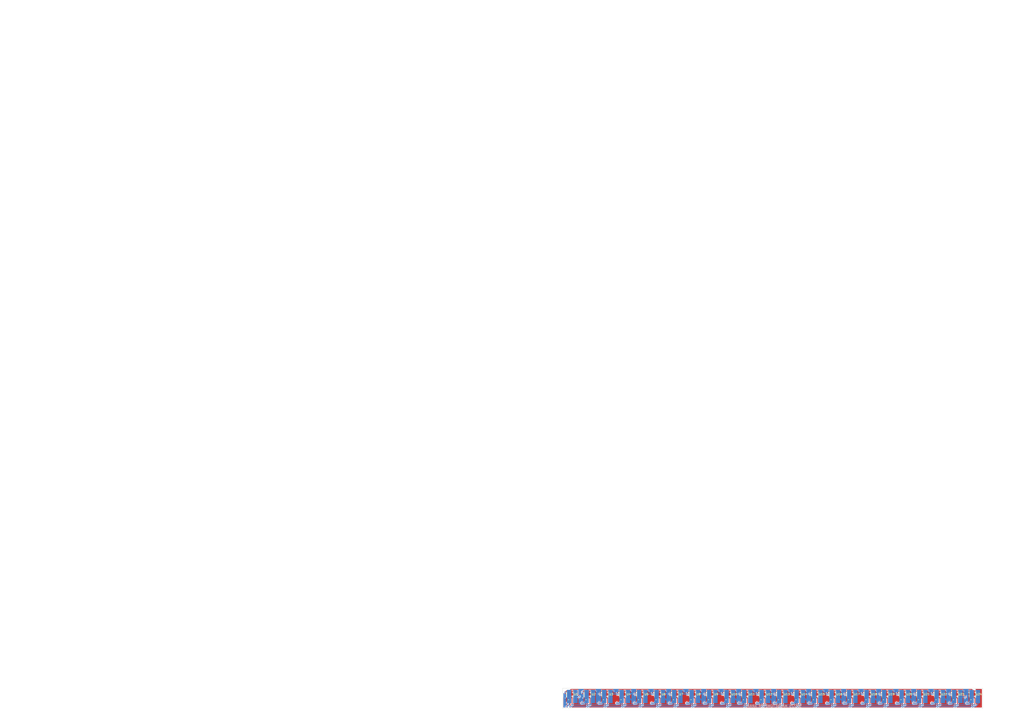
<source format=kicad_pcb>
(kicad_pcb (version 20221018) (generator pcbnew)
  (title_block (comment 4 "AISLER Project ID: OEOECTRQ"))
  (layers (0 "F.Cu" signal) (1 "In1.Cu" power) (2 "In2.Cu" power) (31 "B.Cu" signal) (34 "B.Paste" user) (35 "F.Paste" user) (36 "B.SilkS" user "B.Silkscreen") (37 "F.SilkS" user "F.Silkscreen") (38 "B.Mask" user) (39 "F.Mask" user) (44 "Edge.Cuts" user))
  (net 0 "")
  (net 1 "v+")
  (net 2 "GND")
  (net 3 "SCLK")
  (net 4 "MOSI")
  (net 5 "MISO")
  (net 6 "SS1")
  (net 7 "SS2")
  (net 8 "SS3")
  (net 9 "SS4")
  (net 10 "SS5")
  (net 11 "SS9")
  (net 12 "SS10")
  (net 13 "SS11")
  (net 14 "SS12")
  (net 15 "SS13")
  (net 16 "SS17")
  (net 17 "SS18")
  (net 18 "SS19")
  (net 19 "SS20")
  (net 20 "SS21")
  (net 21 "SS6")
  (net 22 "SS14")
  (net 23 "SS22")
  (net 24 "SS7")
  (net 25 "SS15")
  (net 26 "SS23")
  (net 27 "SS8")
  (net 28 "SS16")
  (net 29 "SS24")
  (footprint "Capacitor_SMD:C_0201_0603Metric" (layer "F.Cu") (at 204.0408 88.205 180)
    (fp_text reference "C20" hide)
    (fp_text value "0.1µF" hide)
  )
  (footprint "Own_Library:NVE SM225 10E" (layer "F.Cu") (at 234.3418 89.495 90)
    (fp_text reference "U24")
    (fp_text value "SM225-10E" hide)
  )
  (footprint "Capacitor_SMD:C_0201_0603Metric" (layer "F.Cu") (at 190.0408 88.205 180)
    (fp_text reference "C18" hide)
    (fp_text value "0.1µF" hide)
  )
  (footprint "Own_Library:NVE SM225 10E" (layer "F.Cu") (at 122.3418 89.495 90)
    (fp_text reference "U8")
    (fp_text value "SM225-10E" hide)
  )
  (footprint "Capacitor_SMD:C_0201_0603Metric" (layer "F.Cu") (at 127.0408 88.205 180)
    (fp_text reference "C9" hide)
    (fp_text value "0.1µF" hide)
  )
  (footprint "Capacitor_SMD:C_0201_0603Metric" (layer "F.Cu") (at 162.0408 88.205 180)
    (fp_text reference "C14" hide)
    (fp_text value "0.1µF" hide)
  )
  (footprint "Capacitor_SMD:C_0201_0603Metric" (layer "F.Cu") (at 176.0408 88.205 180)
    (fp_text reference "C16" hide)
    (fp_text value "0.1µF" hide)
  )
  (footprint "Capacitor_SMD:C_0201_0603Metric" (layer "F.Cu") (at 148.0408 88.205 180)
    (fp_text reference "C12" hide)
    (fp_text value "0.1µF" hide)
  )
  (footprint "Own_Library:NVE SM225 10E" (layer "F.Cu") (at 150.3418 89.495 90)
    (fp_text reference "U12")
    (fp_text value "SM225-10E" hide)
  )
  (footprint "Capacitor_SMD:C_0201_0603Metric" (layer "F.Cu") (at 225.0408 88.205 180)
    (fp_text reference "C23" hide)
    (fp_text value "0.1µF" hide)
  )
  (footprint "Capacitor_SMD:C_0201_0603Metric" (layer "F.Cu") (at 232.0408 88.205 180)
    (fp_text reference "C24" hide)
    (fp_text value "0.1µF" hide)
  )
  (footprint "Capacitor_SMD:C_0201_0603Metric" (layer "F.Cu") (at 106.0408 88.205 180)
    (fp_text reference "C6" hide)
    (fp_text value "0.1µF" hide)
  )
  (footprint "Own_Library:NVE SM225 10E" (layer "F.Cu") (at 213.3418 89.495 90)
    (fp_text reference "U21")
    (fp_text value "SM225-10E" hide)
  )
  (footprint "Own_Library:NVE SM225 10E" (layer "F.Cu") (at 80.3418 89.495 90)
    (fp_text reference "U2")
    (fp_text value "SM225-10E" hide)
  )
  (footprint "Own_Library:NVE SM225 10E" (layer "F.Cu") (at 227.3418 89.495 90)
    (fp_text reference "U23")
    (fp_text value "SM225-10E" hide)
  )
  (footprint "Own_Library:NVE SM225 10E" (layer "F.Cu") (at 178.3418 89.495 90)
    (fp_text reference "U16")
    (fp_text value "SM225-10E" hide)
  )
  (footprint "Capacitor_SMD:C_0201_0603Metric" (layer "F.Cu") (at 120.0408 88.205 180)
    (fp_text reference "C8" hide)
    (fp_text value "0.1µF" hide)
  )
  (footprint "Capacitor_SMD:C_0201_0603Metric" (layer "F.Cu") (at 85.0408 88.205 180)
    (fp_text reference "C3" hide)
    (fp_text value "0.1µF" hide)
  )
  (footprint "Own_Library:NVE SM225 10E" (layer "F.Cu") (at 136.3418 89.495 90)
    (fp_text reference "U10")
    (fp_text value "SM225-10E" hide)
  )
  (footprint "Capacitor_SMD:C_0201_0603Metric" (layer "F.Cu") (at 134.0408 88.205 180)
    (fp_text reference "C10" hide)
    (fp_text value "0.1µF" hide)
  )
  (footprint "Own_Library:NVE SM225 10E" (layer "F.Cu") (at 192.3418 89.495 90)
    (fp_text reference "U18")
    (fp_text value "SM225-10E" hide)
  )
  (footprint "Capacitor_SMD:C_0201_0603Metric" (layer "F.Cu") (at 141.0408 88.205 180)
    (fp_text reference "C11" hide)
    (fp_text value "0.1µF" hide)
  )
  (footprint "Capacitor_SMD:C_0201_0603Metric" (layer "F.Cu") (at 78.3918 89.824 -90)
    (fp_text reference "C2" hide)
    (fp_text value "0.1µF" hide)
  )
  (footprint "Capacitor_SMD:C_0201_0603Metric" (layer "F.Cu") (at 183.0408 88.205 180)
    (fp_text reference "C17" hide)
    (fp_text value "0.1µF" hide)
  )
  (footprint "Own_Library:NVE SM225 10E" (layer "F.Cu") (at 220.3418 89.495 90)
    (fp_text reference "U22")
    (fp_text value "SM225-10E" hide)
  )
  (footprint "Own_Library:NVE SM225 10E" (layer "F.Cu") (at 115.3418 89.495 90)
    (fp_text reference "U7")
    (fp_text value "SM225-10E" hide)
  )
  (footprint "Capacitor_SMD:C_0201_0603Metric" (layer "F.Cu") (at 169.0408 88.205 180)
    (fp_text reference "C15" hide)
    (fp_text value "0.1µF" hide)
  )
  (footprint "Capacitor_SMD:C_0201_0603Metric" (layer "F.Cu") (at 218.0408 88.205 180)
    (fp_text reference "C22" hide)
    (fp_text value "0.1µF" hide)
  )
  (footprint "Own_Library:NVE SM225 10E" (layer "F.Cu") (at 129.3418 89.495 90)
    (fp_text reference "U9")
    (fp_text value "SM225-10E" hide)
  )
  (footprint "Own_Library:NVE SM225 10E" (layer "F.Cu") (at 143.3418 89.495 90)
    (fp_text reference "U11")
    (fp_text value "SM225-10E" hide)
  )
  (footprint "Capacitor_SMD:C_0201_0603Metric" (layer "F.Cu") (at 197.0408 88.205 180)
    (fp_text reference "C19" hide)
    (fp_text value "0.1µF" hide)
  )
  (footprint "Capacitor_SMD:C_0201_0603Metric" (layer "F.Cu") (at 155.0408 88.205 180)
    (fp_text reference "C13" hide)
    (fp_text value "0.1µF" hide)
  )
  (footprint "Own_Library:NVE SM225 10E" (layer "F.Cu") (at 164.3418 89.495 90)
    (fp_text reference "U14")
    (fp_text value "SM225-10E" hide)
  )
  (footprint "Own_Library:NVE SM225 10E" (layer "F.Cu") (at 87.3418 89.495 90)
    (fp_text reference "U3")
    (fp_text value "SM225-10E" hide)
  )
  (footprint "Capacitor_SMD:C_0201_0603Metric" (layer "F.Cu") (at 71.4114 89.8726 -90)
    (fp_text reference "C1" hide)
    (fp_text value "0.1µF" hide)
  )
  (footprint "Own_Library:NVE SM225 10E" (layer "F.Cu") (at 73.3418 89.495 90)
    (fp_text reference "U1")
    (fp_text value "SM225-10E" hide)
  )
  (footprint "Capacitor_SMD:C_0201_0603Metric" (layer "F.Cu") (at 113.0408 88.205 180)
    (fp_text reference "C7" hide)
    (fp_text value "0.1µF" hide)
  )
  (footprint "Capacitor_SMD:C_0201_0603Metric" (layer "F.Cu") (at 92.0408 88.205 180)
    (fp_text reference "C4" hide)
    (fp_text value "0.1µF" hide)
  )
  (footprint "Capacitor_SMD:C_0201_0603Metric" (layer "F.Cu") (at 211.0408 88.205 180)
    (fp_text reference "C21" hide)
    (fp_text value "0.1µF" hide)
  )
  (footprint "Own_Library:NVE SM225 10E" (layer "F.Cu") (at 185.3418 89.495 90)
    (fp_text reference "U17")
    (fp_text value "SM225-10E" hide)
  )
  (footprint "Own_Library:NVE SM225 10E" (layer "F.Cu") (at 108.3418 89.495 90)
    (fp_text reference "U6")
    (fp_text value "SM225-10E" hide)
  )
  (footprint "Own_Library:NVE SM225 10E" (layer "F.Cu") (at 157.3418 89.495 90)
    (fp_text reference "U13")
    (fp_text value "SM225-10E" hide)
  )
  (footprint "Own_Library:NVE SM225 10E" (layer "F.Cu") (at 206.3418 89.495 90)
    (fp_text reference "U20")
    (fp_text value "SM225-10E" hide)
  )
  (footprint "Own_Library:NVE SM225 10E" (layer "F.Cu") (at 199.3418 89.495 90)
    (fp_text reference "U19")
    (fp_text value "SM225-10E" hide)
  )
  (footprint "Own_Library:NVE SM225 10E" (layer "F.Cu") (at 94.3418 89.495 90)
    (fp_text reference "U4")
    (fp_text value "SM225-10E" hide)
  )
  (footprint "Own_Library:NVE SM225 10E" (layer "F.Cu") (at 101.3418 89.495 90)
    (fp_text reference "U5")
    (fp_text value "SM225-10E" hide)
  )
  (footprint "Own_Library:NVE SM225 10E" (layer "F.Cu") (at 171.3418 89.495 90)
    (fp_text reference "U15")
    (fp_text value "SM225-10E" hide)
  )
  (footprint "Capacitor_SMD:C_0201_0603Metric" (layer "F.Cu") (at 99.0408 88.205 180)
    (fp_text reference "C5" hide)
    (fp_text value "0.1µF" hide)
  )
  (footprint "Own_Library:mill_max 328-HORIZONTAL SURFACE MOUNT HEADER" (layer "B.Cu") (at 193.1718 90.404)
    (fp_text reference "J18" hide)
    (fp_text value "Conn_01x02_Pin" hide)
  )
  (footprint "Own_Library:mill_max 328-HORIZONTAL SURFACE MOUNT HEADER" (layer "B.Cu") (at 235.1718 90.404)
    (fp_text reference "J24" hide)
    (fp_text value "Conn_01x02_Pin" hide)
  )
  (footprint "Own_Library:mill_max 328-HORIZONTAL SURFACE MOUNT HEADER" (layer "B.Cu") (at 137.1718 90.404)
    (fp_text reference "J10" hide)
    (fp_text value "Conn_01x02_Pin" hide)
  )
  (footprint "Own_Library:mill_max 328-HORIZONTAL SURFACE MOUNT HEADER" (layer "B.Cu") (at 151.1718 90.404)
    (fp_text reference "J12" hide)
    (fp_text value "Conn_01x02_Pin" hide)
  )
  (footprint "Own_Library:mill_max 328-HORIZONTAL SURFACE MOUNT HEADER" (layer "B.Cu") (at 207.1718 90.404)
    (fp_text reference "J20" hide)
    (fp_text value "Conn_01x02_Pin" hide)
  )
  (footprint "Own_Library:mill_max 328-HORIZONTAL SURFACE MOUNT HEADER" (layer "B.Cu") (at 74.1718 90.404)
    (fp_text reference "J1" hide)
    (fp_text value "Conn_01x02_Pin" hide)
  )
  (footprint "Own_Library:mill_max 328-HORIZONTAL SURFACE MOUNT HEADER" (layer "B.Cu") (at 214.1718 90.404)
    (fp_text reference "J21" hide)
    (fp_text value "Conn_01x02_Pin" hide)
  )
  (footprint "Own_Library:mill_max 328-HORIZONTAL SURFACE MOUNT HEADER" (layer "B.Cu") (at 109.1718 90.404)
    (fp_text reference "J6" hide)
    (fp_text value "Conn_01x02_Pin" hide)
  )
  (footprint "Own_Library:mill_max 328-HORIZONTAL SURFACE MOUNT HEADER" (layer "B.Cu") (at 81.1718 90.404)
    (fp_text reference "J2" hide)
    (fp_text value "Conn_01x02_Pin" hide)
  )
  (footprint "Own_Library:mill_max 328-HORIZONTAL SURFACE MOUNT HEADER" (layer "B.Cu") (at 228.1718 90.404)
    (fp_text reference "J23" hide)
    (fp_text value "Conn_01x02_Pin" hide)
  )
  (footprint "Own_Library:mill_max 328-HORIZONTAL SURFACE MOUNT HEADER" (layer "B.Cu") (at 123.1718 90.404)
    (fp_text reference "J8" hide)
    (fp_text value "Conn_01x02_Pin" hide)
  )
  (footprint "Own_Library:mill_max 328-HORIZONTAL SURFACE MOUNT HEADER" (layer "B.Cu") (at 200.1718 90.404)
    (fp_text reference "J19" hide)
    (fp_text value "Conn_01x02_Pin" hide)
  )
  (footprint "Own_Library:mill_max 328-HORIZONTAL SURFACE MOUNT HEADER" (layer "B.Cu") (at 165.1718 90.404)
    (fp_text reference "J14" hide)
    (fp_text value "Conn_01x02_Pin" hide)
  )
  (footprint "Own_Library:mill_max 328-HORIZONTAL SURFACE MOUNT HEADER" (layer "B.Cu") (at 179.1718 90.404)
    (fp_text reference "J16" hide)
    (fp_text value "Conn_01x02_Pin" hide)
  )
  (footprint "Own_Library:mill_max 328-HORIZONTAL SURFACE MOUNT HEADER" (layer "B.Cu") (at 172.1718 90.404)
    (fp_text reference "J15" hide)
    (fp_text value "Conn_01x02_Pin" hide)
  )
  (footprint "Own_Library:mill_max 328-HORIZONTAL SURFACE MOUNT HEADER" (layer "B.Cu") (at 88.1718 90.404)
    (fp_text reference "J3" hide)
    (fp_text value "Conn_01x02_Pin" hide)
  )
  (footprint "Own_Library:mill_max 328-HORIZONTAL SURFACE MOUNT HEADER" (layer "B.Cu") (at 186.1718 90.404)
    (fp_text reference "J17" hide)
    (fp_text value "Conn_01x02_Pin" hide)
  )
  (footprint "Own_Library:mill_max 328-HORIZONTAL SURFACE MOUNT HEADER" (layer "B.Cu") (at 130.1718 90.404)
    (fp_text reference "J9" hide)
    (fp_text value "Conn_01x02_Pin" hide)
  )
  (footprint "Own_Library:mill_max 328-HORIZONTAL SURFACE MOUNT HEADER" (layer "B.Cu") (at 102.1718 90.404)
    (fp_text reference "J5" hide)
    (fp_text value "Conn_01x02_Pin" hide)
  )
  (footprint "Own_Library:mill_max 328-HORIZONTAL SURFACE MOUNT HEADER" (layer "B.Cu") (at 158.1718 90.404)
    (fp_text reference "J13" hide)
    (fp_text value "Conn_01x02_Pin" hide)
  )
  (footprint "Own_Library:mill_max 328-HORIZONTAL SURFACE MOUNT HEADER" (layer "B.Cu") (at 144.1718 90.404)
    (fp_text reference "J11" hide)
    (fp_text value "Conn_01x02_Pin" hide)
  )
  (footprint "Own_Library:mill_max 328-HORIZONTAL SURFACE MOUNT HEADER" (layer "B.Cu") (at 221.1718 90.404)
    (fp_text reference "J22" hide)
    (fp_text value "Conn_01x02_Pin" hide)
  )
  (footprint "Own_Library:mill_max 328-HORIZONTAL SURFACE MOUNT HEADER" (layer "B.Cu") (at 95.1718 90.404)
    (fp_text reference "J4" hide)
    (fp_text value "Conn_01x02_Pin" hide)
  )
  (footprint "Own_Library:mill_max 328-HORIZONTAL SURFACE MOUNT HEADER" (layer "B.Cu") (at 116.1718 90.404)
    (fp_text reference "J7" hide)
    (fp_text value "Conn_01x02_Pin" hide)
  )
  (gr_line (start 238.3418 95.074) (end 70.3418 95.074) (stroke (width 0.1)) (layer "Edge.Cuts"))
  (gr_line (start 70.3418 95.074) (end 70.3418 87.074) (stroke (width 0.1)) (layer "Edge.Cuts"))
  (gr_line (start 238.3418 87.074) (end 70.3418 87.074) (stroke (width 0.1)) (layer "Edge.Cuts"))
  (gr_line (start 238.3418 87.074) (end 238.3418 95.074) (stroke (width 0.1)) (layer "Edge.Cuts"))
  (gr_text "SM225 MAGNETOMETER ARRAY" (at 166.0518 94.775) (layer "B.SilkS") (effects (font (size 1 1)) (justify left bottom mirror)))
  (segment (start 156.6918 88.25) (end 155.4058 88.25) (width 0.4) (layer "F.Cu") (net 1))
  (segment (start 211.3608 89.3832) (end 211.371 89.3934) (width 0.4) (layer "F.Cu") (net 1))
  (segment (start 85.3608 88.205) (end 85.3608 89.3832) (width 0.4) (layer "F.Cu") (net 1))
  (segment (start 231.3468 89.445398) (end 232.3608 88.431398) (width 0.4) (layer "F.Cu") (net 1))
  (segment (start 191.6918 88.25) (end 190.4058 88.25) (width 0.4) (layer "F.Cu") (net 1))
  (segment (start 71.834 88.25) (end 72.6918 88.25) (width 0.4) (layer "F.Cu") (net 1))
  (segment (start 93.6918 88.25) (end 92.4058 88.25) (width 0.4) (layer "F.Cu") (net 1))
  (segment (start 106.3608 89.3832) (end 106.371 89.3934) (width 0.4) (layer "F.Cu") (net 1))
  (segment (start 190.3608 88.205) (end 190.3608 89.3832) (width 0.4) (layer "F.Cu") (net 1))
  (segment (start 155.3608 88.205) (end 155.3608 89.3832) (width 0.4) (layer "F.Cu") (net 1))
  (segment (start 183.3608 89.3832) (end 183.371 89.3934) (width 0.4) (layer "F.Cu") (net 1))
  (segment (start 219.6918 88.25) (end 218.4058 88.25) (width 0.4) (layer "F.Cu") (net 1))
  (segment (start 184.6918 88.25) (end 183.4058 88.25) (width 0.4) (layer "F.Cu") (net 1))
  (segment (start 142.6918 88.25) (end 141.4058 88.25) (width 0.4) (layer "F.Cu") (net 1))
  (segment (start 113.3608 88.205) (end 113.3608 89.3832) (width 0.4) (layer "F.Cu") (net 1))
  (segment (start 114.6918 88.25) (end 113.4058 88.25) (width 0.4) (layer "F.Cu") (net 1))
  (segment (start 141.3608 89.3832) (end 141.371 89.3934) (width 0.4) (layer "F.Cu") (net 1))
  (segment (start 148.3608 89.3832) (end 148.371 89.3934) (width 0.4) (layer "F.Cu") (net 1))
  (segment (start 197.3608 88.205) (end 197.3608 89.3832) (width 0.4) (layer "F.Cu") (net 1))
  (segment (start 170.6918 88.25) (end 169.4058 88.25) (width 0.4) (layer "F.Cu") (net 1))
  (segment (start 127.3608 89.3832) (end 127.371 89.3934) (width 0.4) (layer "F.Cu") (net 1))
  (segment (start 85.3608 89.3832) (end 85.371 89.3934) (width 0.4) (layer "F.Cu") (net 1))
  (segment (start 127.3608 88.205) (end 127.3608 89.3832) (width 0.4) (layer "F.Cu") (net 1))
  (segment (start 155.3608 89.3832) (end 155.371 89.3934) (width 0.4) (layer "F.Cu") (net 1))
  (segment (start 78.3918 89.504) (end 78.3918 88.674) (width 0.4) (layer "F.Cu") (net 1))
  (segment (start 198.6918 88.25) (end 197.4058 88.25) (width 0.4) (layer "F.Cu") (net 1))
  (segment (start 92.3608 89.3832) (end 92.371 89.3934) (width 0.4) (layer "F.Cu") (net 1))
  (segment (start 197.3608 89.3832) (end 197.371 89.3934) (width 0.4) (layer "F.Cu") (net 1))
  (segment (start 100.6918 88.25) (end 99.4058 88.25) (width 0.4) (layer "F.Cu") (net 1))
  (segment (start 134.3608 89.3832) (end 134.371 89.3934) (width 0.4) (layer "F.Cu") (net 1))
  (segment (start 218.3608 89.3832) (end 218.371 89.3934) (width 0.4) (layer "F.Cu") (net 1))
  (segment (start 120.3608 88.205) (end 120.3608 89.3832) (width 0.4) (layer "F.Cu") (net 1))
  (segment (start 71.4114 89.282) (end 71.4114 88.6726) (width 0.4) (layer "F.Cu") (net 1))
  (segment (start 218.3608 88.205) (end 218.3608 89.3832) (width 0.4) (layer "F.Cu") (net 1))
  (segment (start 71.4114 88.6726) (end 71.834 88.25) (width 0.4) (layer "F.Cu") (net 1))
  (segment (start 169.3608 89.3832) (end 169.371 89.3934) (width 0.4) (layer "F.Cu") (net 1))
  (segment (start 149.6918 88.25) (end 148.4058 88.25) (width 0.4) (layer "F.Cu") (net 1))
  (segment (start 92.3608 88.205) (end 92.3608 89.3832) (width 0.4) (layer "F.Cu") (net 1))
  (segment (start 141.3608 88.205) (end 141.3608 89.3832) (width 0.4) (layer "F.Cu") (net 1))
  (segment (start 225.3608 89.3832) (end 225.371 89.3934) (width 0.4) (layer "F.Cu") (net 1))
  (segment (start 225.3608 88.205) (end 225.3608 89.3832) (width 0.4) (layer "F.Cu") (net 1))
  (segment (start 107.6918 88.25) (end 106.4058 88.25) (width 0.4) (layer "F.Cu") (net 1))
  (segment (start 121.6918 88.25) (end 120.4058 88.25) (width 0.4) (layer "F.Cu") (net 1))
  (segment (start 205.6918 88.25) (end 204.4058 88.25) (width 0.4) (layer "F.Cu") (net 1))
  (segment (start 212.6918 88.25) (end 211.4058 88.25) (width 0.4) (layer "F.Cu") (net 1))
  (segment (start 169.3608 88.205) (end 169.3608 89.3832) (width 0.4) (layer "F.Cu") (net 1))
  (segment (start 86.6918 88.25) (end 85.4058 88.25) (width 0.4) (layer "F.Cu") (net 1))
  (segment (start 232.3608 88.431398) (end 232.3608 88.205) (width 0.4) (layer "F.Cu") (net 1))
  (segment (start 99.3608 88.205) (end 99.3608 89.3832) (width 0.4) (layer "F.Cu") (net 1))
  (segment (start 99.3608 89.3832) (end 99.371 89.3934) (width 0.4) (layer "F.Cu") (net 1))
  (segment (start 211.3608 88.205) (end 211.3608 89.3832) (width 0.4) (layer "F.Cu") (net 1))
  (segment (start 163.6918 88.25) (end 162.4058 88.25) (width 0.4) (layer "F.Cu") (net 1))
  (segment (start 231.3468 90.5) (end 231.3468 89.445398) (width 0.4) (layer "F.Cu") (net 1))
  (segment (start 134.3608 88.205) (end 134.3608 89.3832) (width 0.4) (layer "F.Cu") (net 1))
  (segment (start 226.6918 88.25) (end 225.4058 88.25) (width 0.4) (layer "F.Cu") (net 1))
  (segment (start 135.6918 88.25) (end 134.4058 88.25) (width 0.4) (layer "F.Cu") (net 1))
  (segment (start 106.3608 88.205) (end 106.3608 89.3832) (width 0.4) (layer "F.Cu") (net 1))
  (segment (start 176.3608 88.205) (end 176.3608 89.3832) (width 0.4) (layer "F.Cu") (net 1))
  (segment (start 177.6918 88.25) (end 176.4058 88.25) (width 0.4) (layer "F.Cu") (net 1))
  (segment (start 183.3608 88.205) (end 183.3608 89.3832) (width 0.4) (layer "F.Cu") (net 1))
  (segment (start 113.3608 89.3832) (end 113.371 89.3934) (width 0.4) (layer "F.Cu") (net 1))
  (segment (start 204.3608 89.3832) (end 204.371 89.3934) (width 0.4) (layer "F.Cu") (net 1))
  (segment (start 78.3918 88.674) (end 78.8158 88.25) (width 0.4) (layer "F.Cu") (net 1))
  (segment (start 190.3608 89.3832) (end 190.371 89.3934) (width 0.4) (layer "F.Cu") (net 1))
  (segment (start 78.8158 88.25) (end 79.6918 88.25) (width 0.4) (layer "F.Cu") (net 1))
  (segment (start 162.3608 89.3832) (end 162.371 89.3934) (width 0.4) (layer "F.Cu") (net 1))
  (segment (start 204.3608 88.205) (end 204.3608 89.3832) (width 0.4) (layer "F.Cu") (net 1))
  (segment (start 162.3608 88.205) (end 162.3608 89.3832) (width 0.4) (layer "F.Cu") (net 1))
  (segment (start 128.6918 88.25) (end 127.4058 88.25) (width 0.4) (layer "F.Cu") (net 1))
  (segment (start 148.3608 88.205) (end 148.3608 89.3832) (width 0.4) (layer "F.Cu") (net 1))
  (segment (start 233.6918 88.25) (end 232.4058 88.25) (width 0.4) (layer "F.Cu") (net 1))
  (segment (start 120.3608 89.3832) (end 120.371 89.3934) (width 0.4) (layer "F.Cu") (net 1))
  (segment (start 176.3608 89.3832) (end 176.371 89.3934) (width 0.4) (layer "F.Cu") (net 1))
  (via (at 231.3468 90.5) (size 0.8) (drill 0.4) (layers "F.Cu" "B.Cu") (net 1))
  (via (at 148.371 89.3934) (size 0.8) (drill 0.4) (layers "F.Cu" "B.Cu") (net 1))
  (via (at 176.371 89.3934) (size 0.8) (drill 0.4) (layers "F.Cu" "B.Cu") (net 1))
  (via (at 120.371 89.3934) (size 0.8) (drill 0.4) (layers "F.Cu" "B.Cu") (net 1))
  (via (at 218.371 89.3934) (size 0.8) (drill 0.4) (layers "F.Cu" "B.Cu") (net 1))
  (via (at 99.371 89.3934) (size 0.8) (drill 0.4) (layers "F.Cu" "B.Cu") (net 1))
  (via (at 71.4114 88.6726) (size 0.7) (drill 0.3) (layers "F.Cu" "B.Cu") (net 1))
  (via (at 141.371 89.3934) (size 0.8) (drill 0.4) (layers "F.Cu" "B.Cu") (net 1))
  (via (at 197.371 89.3934) (size 0.8) (drill 0.4) (layers "F.Cu" "B.Cu") (net 1))
  (via (at 134.371 89.3934) (size 0.8) (drill 0.4) (layers "F.Cu" "B.Cu") (net 1))
  (via (at 127.371 89.3934) (size 0.8) (drill 0.4) (layers "F.Cu" "B.Cu") (net 1))
  (via (at 211.371 89.3934) (size 0.8) (drill 0.4) (layers "F.Cu" "B.Cu") (net 1))
  (via (at 106.371 89.3934) (size 0.8) (drill 0.4) (layers "F.Cu" "B.Cu") (net 1))
  (via (at 204.371 89.3934) (size 0.8) (drill 0.4) (layers "F.Cu" "B.Cu") (net 1))
  (via (at 162.371 89.3934) (size 0.8) (drill 0.4) (layers "F.Cu" "B.Cu") (net 1))
  (via (at 113.371 89.3934) (size 0.8) (drill 0.4) (layers "F.Cu" "B.Cu") (net 1))
  (via (at 190.371 89.3934) (size 0.8) (drill 0.4) (layers "F.Cu" "B.Cu") (net 1))
  (via (at 155.371 89.3934) (size 0.8) (drill 0.4) (layers "F.Cu" "B.Cu") (net 1))
  (via (at 85.371 89.3934) (size 0.8) (drill 0.4) (layers "F.Cu" "B.Cu") (net 1))
  (via (at 169.371 89.3934) (size 0.8) (drill 0.4) (layers "F.Cu" "B.Cu") (net 1))
  (via (at 225.371 89.3934) (size 0.8) (drill 0.4) (layers "F.Cu" "B.Cu") (net 1))
  (via (at 78.3918 88.674) (size 0.8) (drill 0.4) (layers "F.Cu" "B.Cu") (net 1))
  (via (at 92.371 89.3934) (size 0.8) (drill 0.4) (layers "F.Cu" "B.Cu") (net 1))
  (via (at 183.371 89.3934) (size 0.8) (drill 0.4) (layers "F.Cu" "B.Cu") (net 1))
  (segment (start 159.4652 89.3934) (end 159.4268 89.355) (width 0.4) (layer "B.Cu") (net 1))
  (segment (start 190.371 89.3934) (end 187.4634 89.3934) (width 0.4) (layer "B.Cu") (net 1))
  (segment (start 103.4422 89.3934) (end 106.371 89.3934) (width 0.4) (layer "B.Cu") (net 1))
  (segment (start 218.371 89.3934) (end 215.4152 89.3934) (width 0.4) (layer "B.Cu") (net 1))
  (segment (start 231.365157 90.535) (end 229.5322 90.535) (width 0.4) (layer "B.Cu") (net 1))
  (segment (start 120.371 89.3934) (end 117.5152 89.3934) (width 0.4) (layer "B.Cu") (net 1))
  (segment (start 131.5134 89.3934) (end 131.5018 89.405) (width 0.4) (layer "B.Cu") (net 1))
  (segment (start 145.5402 89.3934) (end 145.5268 89.38) (width 0.4) (layer "B.Cu") (net 1))
  (segment (start 148.371 89.3934) (end 145.5402 89.3934) (width 0.4) (layer "B.Cu") (net 1))
  (segment (start 173.5402 89.3934) (end 173.5268 89.38) (width 0.4) (layer "B.Cu") (net 1))
  (segment (start 89.4422 89.3966) (end 89.4454 89.3934) (width 0.4) (layer "B.Cu") (net 1))
  (segment (start 204.371 89.3934) (end 201.4884 89.3934) (width 0.4) (layer "B.Cu") (net 1))
  (segment (start 103.4422 90.625) (end 103.4422 89.3934) (width 0.4) (layer "B.Cu") (net 1))
  (segment (start 89.4422 90.625) (end 89.4422 89.3966) (width 0.4) (layer "B.Cu") (net 1))
  (segment (start 229.5322 90.535) (end 229.4422 90.625) (width 0.4) (layer "B.Cu") (net 1))
  (segment (start 215.4152 89.3934) (end 215.4018 89.38) (width 0.4) (layer "B.Cu") (net 1))
  (segment (start 162.371 89.3934) (end 159.4652 89.3934) (width 0.4) (layer "B.Cu") (net 1))
  (segment (start 117.5152 89.3934) (end 117.5018 89.38) (width 0.4) (layer "B.Cu") (net 1))
  (segment (start 89.4454 89.3934) (end 92.371 89.3934) (width 0.4) (layer "B.Cu") (net 1))
  (segment (start 134.371 89.3934) (end 131.5134 89.3934) (width 0.4) (layer "B.Cu") (net 1))
  (segment (start 231.371651 90.528506) (end 231.365157 90.535) (width 0.4) (layer "B.Cu") (net 1))
  (segment (start 187.4634 89.3934) (end 187.4518 89.405) (width 0.4) (layer "B.Cu") (net 1))
  (segment (start 176.371 89.3934) (end 173.5402 89.3934) (width 0.4) (layer "B.Cu") (net 1))
  (segment (start 201.4884 89.3934) (end 201.4768 89.405) (width 0.4) (layer "B.Cu") (net 1))
  (segment (start 174.9048 88.205) (end 175.7208 88.205) (width 0.4) (layer "F.Cu") (net 2))
  (segment (start 129.3418 89.495) (end 129.9918 88.845) (width 0.3) (layer "F.Cu") (net 2))
  (segment (start 171.3418 89.495) (end 171.9918 88.845) (width 0.3) (layer "F.Cu") (net 2))
  (segment (start 115.9918 88.845) (end 115.9918 88.25) (width 0.3) (layer "F.Cu") (net 2))
  (segment (start 132.9048 88.205) (end 133.7208 88.205) (width 0.4) (layer "F.Cu") (net 2))
  (segment (start 153.9048 88.205) (end 154.7208 88.205) (width 0.4) (layer "F.Cu") (net 2))
  (segment (start 185.9918 88.845) (end 185.9918 88.25) (width 0.3) (layer "F.Cu") (net 2))
  (segment (start 206.3418 89.495) (end 206.9918 88.845) (width 0.3) (layer "F.Cu") (net 2))
  (segment (start 202.9048 88.205) (end 203.7208 88.205) (width 0.4) (layer "F.Cu") (net 2))
  (segment (start 122.9918 88.845) (end 122.9918 88.25) (width 0.3) (layer "F.Cu") (net 2))
  (segment (start 199.3418 89.495) (end 199.9918 88.845) (width 0.3) (layer "F.Cu") (net 2))
  (segment (start 216.9048 88.205) (end 217.7208 88.205) (width 0.4) (layer "F.Cu") (net 2))
  (segment (start 101.3418 89.495) (end 101.9918 88.845) (width 0.3) (layer "F.Cu") (net 2))
  (segment (start 164.3418 89.495) (end 164.9918 88.845) (width 0.3) (layer "F.Cu") (net 2))
  (segment (start 111.9048 88.205) (end 112.7208 88.205) (width 0.4) (layer "F.Cu") (net 2))
  (segment (start 83.9048 88.205) (end 84.7208 88.205) (width 0.4) (layer "F.Cu") (net 2))
  (segment (start 71.3718 91.019) (end 71.3718 90.2322) (width 0.4) (layer "F.Cu") (net 2))
  (segment (start 87.3418 89.495) (end 87.9918 88.845) (width 0.3) (layer "F.Cu") (net 2))
  (segment (start 223.9048 88.205) (end 224.7208 88.205) (width 0.4) (layer "F.Cu") (net 2))
  (segment (start 178.3418 89.495) (end 178.9918 88.845) (width 0.3) (layer "F.Cu") (net 2))
  (segment (start 125.9048 88.205) (end 126.7208 88.205) (width 0.4) (layer "F.Cu") (net 2))
  (segment (start 73.3418 89.495) (end 73.9918 88.845) (width 0.3) (layer "F.Cu") (net 2))
  (segment (start 94.9918 88.845) (end 94.9918 88.25) (width 0.3) (layer "F.Cu") (net 2))
  (segment (start 143.3418 89.495) (end 143.9918 88.845) (width 0.3) (layer "F.Cu") (net 2))
  (segment (start 171.9918 88.845) (end 171.9918 88.25) (width 0.3) (layer "F.Cu") (net 2))
  (segment (start 188.9048 88.205) (end 189.7208 88.205) (width 0.4) (layer "F.Cu") (net 2))
  (segment (start 195.9048 88.205) (end 196.7208 88.205) (width 0.4) (layer "F.Cu") (net 2))
  (segment (start 209.9048 88.205) (end 210.7208 88.205) (width 0.4) (layer "F.Cu") (net 2))
  (segment (start 136.3418 89.495) (end 136.9918 88.845) (width 0.3) (layer "F.Cu") (net 2))
  (segment (start 185.3418 89.495) (end 185.9918 88.845) (width 0.3) (layer "F.Cu") (net 2))
  (segment (start 227.3418 89.495) (end 227.9918 88.845) (width 0.3) (layer "F.Cu") (net 2))
  (segment (start 178.9918 88.845) (end 178.9918 88.25) (width 0.3) (layer "F.Cu") (net 2))
  (segment (start 146.9048 88.205) (end 147.7208 88.205) (width 0.4) (layer "F.Cu") (net 2))
  (segment (start 227.9918 88.845) (end 227.9918 88.25) (width 0.3) (layer "F.Cu") (net 2))
  (segment (start 220.9918 88.845) (end 220.9918 88.25) (width 0.3) (layer "F.Cu") (net 2))
  (segment (start 80.9918 88.845) (end 80.9918 88.25) (width 0.3) (layer "F.Cu") (net 2))
  (segment (start 118.9048 88.205) (end 119.7208 88.205) (width 0.4) (layer "F.Cu") (net 2))
  (segment (start 78.3918 90.144) (end 78.3918 90.999) (width 0.4) (layer "F.Cu") (net 2))
  (segment (start 164.9918 88.845) (end 164.9918 88.25) (width 0.3) (layer "F.Cu") (net 2))
  (segment (start 115.3418 89.495) (end 115.9918 88.845) (width 0.3) (layer "F.Cu") (net 2))
  (segment (start 108.9918 88.845) (end 108.9918 88.25) (width 0.3) (layer "F.Cu") (net 2))
  (segment (start 139.9048 88.205) (end 140.7208 88.205) (width 0.4) (layer "F.Cu") (net 2))
  (segment (start 97.9048 88.205) (end 98.7208 88.205) (width 0.4) (layer "F.Cu") (net 2))
  (segment (start 213.3418 89.495) (end 213.9918 88.845) (width 0.3) (layer "F.Cu") (net 2))
  (segment (start 122.3418 89.495) (end 122.9918 88.845) (width 0.3) (layer "F.Cu") (net 2))
  (segment (start 104.9048 88.205) (end 105.7208 88.205) (width 0.4) (layer "F.Cu") (net 2))
  (segment (start 80.3418 89.495) (end 80.9918 88.845) (width 0.3) (layer "F.Cu") (net 2))
  (segment (start 101.9918 88.845) (end 101.9918 88.25) (width 0.3) (layer "F.Cu") (net 2))
  (segment (start 234.3418 89.495) (end 234.9918 88.845) (width 0.3) (layer "F.Cu") (net 2))
  (segment (start 129.9918 88.845) (end 129.9918 88.25) (width 0.3) (layer "F.Cu") (net 2))
  (segment (start 143.9918 88.845) (end 143.9918 88.25) (width 0.3) (layer "F.Cu") (net 2))
  (segment (start 213.9918 88.845) (end 213.9918 88.25) (width 0.3) (layer "F.Cu") (net 2))
  (segment (start 234.9918 88.845) (end 234.9918 88.25) (width 0.3) (layer "F.Cu") (net 2))
  (segment (start 90.9048 88.205) (end 91.7208 88.205) (width 0.4) (layer "F.Cu") (net 2))
  (segment (start 206.9918 88.845) (end 206.9918 88.25) (width 0.3) (layer "F.Cu") (net 2))
  (segment (start 136.9918 88.845) (end 136.9918 88.25) (width 0.3) (layer "F.Cu") (net 2))
  (segment (start 192.3418 89.495) (end 192.9918 88.845) (width 0.3) (layer "F.Cu") (net 2))
  (segment (start 181.9048 88.205) (end 182.7208 88.205) (width 0.4) (layer "F.Cu") (net 2))
  (segment (start 192.9918 88.845) (end 192.9918 88.25) (width 0.3) (layer "F.Cu") (net 2))
  (segment (start 108.3418 89.495) (end 108.9918 88.845) (width 0.3) (layer "F.Cu") (net 2))
  (segment (start 150.3418 89.495) (end 150.9918 88.845) (width 0.3) (layer "F.Cu") (net 2))
  (segment (start 94.3418 89.495) (end 94.9918 88.845) (width 0.3) (layer "F.Cu") (net 2))
  (segment (start 87.9918 88.845) (end 87.9918 88.25) (width 0.3) (layer "F.Cu") (net 2))
  (segment (start 157.9918 88.845) (end 157.9918 88.25) (width 0.3) (layer "F.Cu") (net 2))
  (segment (start 71.3718 90.2322) (end 71.4114 90.1926) (width 0.4) (layer "F.Cu") (net 2))
  (segment (start 230.9048 88.205) (end 231.7208 88.205) (width 0.4) (layer "F.Cu") (net 2))
  (segment (start 157.3418 89.495) (end 157.9918 88.845) (width 0.3) (layer "F.Cu") (net 2))
  (segment (start 150.9918 88.845) (end 150.9918 88.25) (width 0.3) (layer "F.Cu") (net 2))
  (segment (start 167.9048 88.205) (end 168.7208 88.205) (width 0.4) (layer "F.Cu") (net 2))
  (segment (start 199.9918 88.845) (end 199.9918 88.25) (width 0.3) (layer "F.Cu") (net 2))
  (segment (start 83.8803 88.2295) (end 83.9048 88.205) (width 0.4) (layer "F.Cu") (net 2))
  (segment (start 73.9918 88.845) (end 73.9918 88.25) (width 0.3) (layer "F.Cu") (net 2))
  (segment (start 160.9048 88.205) (end 161.7208 88.205) (width 0.4) (layer "F.Cu") (net 2))
  (segment (start 220.3418 89.495) (end 220.9918 88.845) (width 0.3) (layer "F.Cu") (net 2))
  (via (at 174.8803 88.2295) (size 0.7) (drill 0.3) (layers "F.Cu" "B.Cu") (net 2))
  (via (at 223.8803 88.2295) (size 0.7) (drill 0.3) (layers "F.Cu" "B.Cu") (net 2))
  (via (at 118.8803 88.2295) (size 0.7) (drill 0.3) (layers "F.Cu" "B.Cu") (net 2))
  (via (at 71.3718 91.019) (size 0.7) (drill 0.3) (layers "F.Cu" "B.Cu") (net 2))
  (via (at 160.8803 88.2295) (size 0.7) (drill 0.3) (layers "F.Cu" "B.Cu") (net 2))
  (via (at 132.8803 88.2295) (size 0.7) (drill 0.3) (layers "F.Cu" "B.Cu") (net 2))
  (via (at 188.8803 88.2295) (size 0.7) (drill 0.3) (layers "F.Cu" "B.Cu") (net 2))
  (via (at 167.8803 88.2295) (size 0.7) (drill 0.3) (layers "F.Cu" "B.Cu") (net 2))
  (via (at 230.8803 88.2295) (size 0.7) (drill 0.3) (layers "F.Cu" "B.Cu") (net 2))
  (via (at 139.8803 88.2295) (size 0.7) (drill 0.3) (layers "F.Cu" "B.Cu") (net 2))
  (via (at 78.3918 90.999) (size 0.8) (drill 0.4) (layers "F.Cu" "B.Cu") (net 2))
  (via (at 104.8803 88.2295) (size 0.7) (drill 0.3) (layers "F.Cu" "B.Cu") (net 2))
  (via (at 90.8803 88.2295) (size 0.7) (drill 0.3) (layers "F.Cu" "B.Cu") (net 2))
  (via (at 153.8803 88.2295) (size 0.7) (drill 0.3) (layers "F.Cu" "B.Cu") (net 2))
  (via (at 181.8803 88.2295) (size 0.7) (drill 0.3) (layers "F.Cu" "B.Cu") (net 2))
  (via (at 209.8803 88.2295) (size 0.7) (drill 0.3) (layers "F.Cu" "B.Cu") (net 2))
  (via (at 111.8803 88.2295) (size 0.7) (drill 0.3) (layers "F.Cu" "B.Cu") (net 2))
  (via (at 146.8803 88.2295) (size 0.7) (drill 0.3) (layers "F.Cu" "B.Cu") (net 2))
  (via (at 202.8803 88.2295) (size 0.7) (drill 0.3) (layers "F.Cu" "B.Cu") (net 2))
  (via (at 195.8803 88.2295) (size 0.7) (drill 0.3) (layers "F.Cu" "B.Cu") (net 2))
  (via (at 216.8803 88.2295) (size 0.7) (drill 0.3) (layers "F.Cu" "B.Cu") (net 2))
  (via (at 83.8803 88.2295) (size 0.7) (drill 0.3) (layers "F.Cu" "B.Cu") (net 2))
  (via (at 97.8803 88.2295) (size 0.7) (drill 0.3) (layers "F.Cu" "B.Cu") (net 2))
  (via (at 125.8803 88.2295) (size 0.7) (drill 0.3) (layers "F.Cu" "B.Cu") (net 2))
  (segment (start 76.7918 87.53) (end 80.3748 87.53) (width 0.3) (layer "F.Cu") (net 3))
  (segment (start 108.3418 87.557) (end 108.3148 87.53) (width 0.3) (layer "F.Cu") (net 3))
  (segment (start 199.3484 87.53) (end 206.308 87.53) (width 0.3) (layer "F.Cu") (net 3))
  (segment (start 143.3418 87.555) (end 143.3668 87.53) (width 0.3) (layer "F.Cu") (net 3))
  (segment (start 185.3418 87.595) (end 185.2768 87.53) (width 0.3) (layer "F.Cu") (net 3))
  (segment (start 73.694322 87.53) (end 76.7918 87.53) (width 0.3) (layer "F.Cu") (net 3))
  (segment (start 108.3418 88.25) (end 108.3418 87.557) (width 0.3) (layer "F.Cu") (net 3))
  (segment (start 108.3148 87.53) (end 115.4268 87.53) (width 0.3) (layer "F.Cu") (net 3))
  (segment (start 80.3418 87.563) (end 80.3748 87.53) (width 0.3) (layer "F.Cu") (net 3))
  (segment (start 171.3418 87.565) (end 171.3068 87.53) (width 0.3) (layer "F.Cu") (net 3))
  (segment (start 199.3418 87.5366) (end 199.3484 87.53) (width 0.3) (layer "F.Cu") (net 3))
  (segment (start 206.308 87.53) (end 213.2676 87.53) (width 0.3) (layer "F.Cu") (net 3))
  (segment (start 220.3418 87.5678) (end 220.3796 87.53) (width 0.3) (layer "F.Cu") (net 3))
  (segment (start 94.3418 87.533) (end 94.3448 87.53) (width 0.3) (layer "F.Cu") (net 3))
  (segment (start 171.3418 88.25) (end 171.3418 87.565) (width 0.3) (layer "F.Cu") (net 3))
  (segment (start 80.3748 87.53) (end 87.4868 87.53) (width 0.3) (layer "F.Cu") (net 3))
  (segment (start 115.4268 87.53) (end 122.2848 87.53) (width 0.3) (layer "F.Cu") (net 3))
  (segment (start 192.3418 88.25) (end 192.3418 87.577) (width 0.3) (layer "F.Cu") (net 3))
  (segment (start 115.3418 87.615) (end 115.4268 87.53) (width 0.3) (layer "F.Cu") (net 3))
  (segment (start 80.3418 88.25) (end 80.3418 87.563) (width 0.3) (layer "F.Cu") (net 3))
  (segment (start 164.3418 88.25) (end 164.3418 87.637) (width 0.3) (layer "F.Cu") (net 3))
  (segment (start 143.3418 88.25) (end 143.3418 87.555) (width 0.3) (layer "F.Cu") (net 3))
  (segment (start 150.4788 87.53) (end 157.3368 87.53) (width 0.3) (layer "F.Cu") (net 3))
  (segment (start 227.3392 87.53) (end 233.989278 87.53) (width 0.3) (layer "F.Cu") (net 3))
  (segment (start 213.3418 88.25) (end 213.3418 87.6042) (width 0.3) (layer "F.Cu") (net 3))
  (segment (start 150.3418 87.667) (end 150.4788 87.53) (width 0.3) (layer "F.Cu") (net 3))
  (segment (start 157.3418 87.535) (end 157.3368 87.53) (width 0.3) (layer "F.Cu") (net 3))
  (segment (start 171.3068 87.53) (end 178.4188 87.53) (width 0.3) (layer "F.Cu") (net 3))
  (segment (start 178.3418 88.25) (end 178.3418 87.607) (width 0.3) (layer "F.Cu") (net 3))
  (segment (start 101.3418 87.645) (end 101.4568 87.53) (width 0.3) (layer "F.Cu") (net 3))
  (segment (start 143.3668 87.53) (end 150.4788 87.53) (width 0.3) (layer "F.Cu") (net 3))
  (segment (start 76.8418 90.424) (end 76.8418 87.58) (width 0.4) (layer "F.Cu") (net 3))
  (segment (start 87.3418 87.53) (end 87.4868 87.53) (width 0.3) (layer "F.Cu") (net 3))
  (segment (start 129.3968 87.53) (end 136.2548 87.53) (width 0.3) (layer "F.Cu") (net 3))
  (segment (start 87.4868 87.53) (end 94.3448 87.53) (width 0.3) (layer "F.Cu") (net 3))
  (segment (start 185.3418 88.25) (end 185.3418 87.595) (width 0.3) (layer "F.Cu") (net 3))
  (segment (start 136.3418 87.617) (end 136.2548 87.53) (width 0.3) (layer "F.Cu") (net 3))
  (segment (start 157.3418 88.25) (end 157.3418 87.535) (width 0.3) (layer "F.Cu") (net 3))
  (segment (start 136.2548 87.53) (end 143.3668 87.53) (width 0.3) (layer "F.Cu") (net 3))
  (segment (start 73.3418 88.25) (end 73.3418 87.882522) (width 0.3) (layer "F.Cu") (net 3))
  (segment (start 157.3368 87.53) (end 164.4488 87.53) (width 0.3) (layer "F.Cu") (net 3))
  (segment (start 150.3418 88.25) (end 150.3418 87.667) (width 0.3) (layer "F.Cu") (net 3))
  (segment (start 178.3418 87.607) (end 178.4188 87.53) (width 0.3) (layer "F.Cu") (net 3))
  (segment (start 164.3418 87.637) (end 164.4488 87.53) (width 0.3) (layer "F.Cu") (net 3))
  (segment (start 101.3418 88.25) (end 101.3418 87.645) (width 0.3) (layer "F.Cu") (net 3))
  (segment (start 129.3418 87.585) (end 129.3968 87.53) (width 0.3) (layer "F.Cu") (net 3))
  (segment (start 164.4488 87.53) (end 171.3068 87.53) (width 0.3) (layer "F.Cu") (net 3))
  (segment (start 76.8418 87.58) (end 76.7918 87.53) (width 0.3) (layer "F.Cu") (net 3))
  (segment (start 234.3418 87.882522) (end 234.3418 88.25) (width 0.3) (layer "F.Cu") (net 3))
  (segment (start 233.989278 87.53) (end 234.3418 87.882522) (width 0.3) (layer "F.Cu") (net 3))
  (segment (start 122.3418 87.587) (end 122.2848 87.53) (width 0.3) (layer "F.Cu") (net 3))
  (segment (start 122.2848 87.53) (end 129.3968 87.53) (width 0.3) (layer "F.Cu") (net 3))
  (segment (start 115.3418 88.25) (end 115.3418 87.615) (width 0.3) (layer "F.Cu") (net 3))
  (segment (start 87.3418 88.25) (end 87.3418 87.53) (width 0.3) (layer "F.Cu") (net 3))
  (segment (start 192.3418 87.577) (end 192.3888 87.53) (width 0.3) (layer "F.Cu") (net 3))
  (segment (start 129.3418 88.25) (end 129.3418 87.585) (width 0.3) (layer "F.Cu") (net 3))
  (segment (start 206.3418 87.5638) (end 206.308 87.53) (width 0.3) (layer "F.Cu") (net 3))
  (segment (start 220.3796 87.53) (end 227.3392 87.53) (width 0.3) (layer "F.Cu") (net 3))
  (segment (start 73.3418 87.882522) (end 73.694322 87.53) (width 0.3) (layer "F.Cu") (net 3))
  (segment (start 122.3418 88.25) (end 122.3418 87.587) (width 0.3) (layer "F.Cu") (net 3))
  (segment (start 185.2768 87.53) (end 192.3888 87.53) (width 0.3) (layer "F.Cu") (net 3))
  (segment (start 206.3418 88.25) (end 206.3418 87.5638) (width 0.3) (layer "F.Cu") (net 3))
  (segment (start 101.4568 87.53) (end 108.3148 87.53) (width 0.3) (layer "F.Cu") (net 3))
  (segment (start 227.3418 88.25) (end 227.3418 87.5326) (width 0.3) (layer "F.Cu") (net 3))
  (segment (start 136.3418 88.25) (end 136.3418 87.617) (width 0.3) (layer "F.Cu") (net 3))
  (segment (start 94.3448 87.53) (end 101.4568 87.53) (width 0.3) (layer "F.Cu") (net 3))
  (segment (start 227.3418 87.5326) (end 227.3392 87.53) (width 0.3) (layer "F.Cu") (net 3))
  (segment (start 192.3888 87.53) (end 199.3484 87.53) (width 0.3) (layer "F.Cu") (net 3))
  (segment (start 178.4188 87.53) (end 185.2768 87.53) (width 0.3) (layer "F.Cu") (net 3))
  (segment (start 199.3418 88.25) (end 199.3418 87.5366) (width 0.3) (layer "F.Cu") (net 3))
  (segment (start 213.2676 87.53) (end 220.3796 87.53) (width 0.3) (layer "F.Cu") (net 3))
  (segment (start 220.3418 88.25) (end 220.3418 87.5678) (width 0.3) (layer "F.Cu") (net 3))
  (segment (start 94.3418 88.25) (end 94.3418 87.533) (width 0.3) (layer "F.Cu") (net 3))
  (segment (start 213.3418 87.6042) (end 213.2676 87.53) (width 0.3) (layer "F.Cu") (net 3))
  (via (at 76.8418 90.424) (size 0.8) (drill 0.4) (layers "F.Cu" "B.Cu") (net 3))
  (segment (start 75.4618 90.424) (end 75.4418 90.404) (width 0.3) (layer "B.Cu") (net 3))
  (segment (start 76.8418 90.424) (end 75.4618 90.424) (width 0.4) (layer "B.Cu") (net 3))
  (segment (start 185.34153 94.42233) (end 185.34153 90.74027) (width 0.3) (layer "F.Cu") (net 4))
  (segment (start 157.34153 94.42233) (end 157.34153 90.74027) (width 0.3) (layer "F.Cu") (net 4))
  (segment (start 122.34153 94.42233) (end 122.34153 90.74027) (width 0.3) (layer "F.Cu") (net 4))
  (segment (start 227.34153 94.42233) (end 227.34153 90.74027) (width 0.3) (layer "F.Cu") (net 4))
  (segment (start 73.3418 94.4226) (end 73.34153 94.42233) (width 0.3) (layer "F.Cu") (net 4))
  (segment (start 143.34153 94.42233) (end 143.34153 90.74027) (width 0.3) (layer "F.Cu") (net 4))
  (segment (start 87.34153 94.42233) (end 87.34153 90.74027) (width 0.3) (layer "F.Cu") (net 4))
  (segment (start 234.34153 94.42233) (end 234.34153 90.74027) (width 0.3) (layer "F.Cu") (net 4))
  (segment (start 136.34153 94.42233) (end 136.34153 90.74027) (width 0.3) (layer "F.Cu") (net 4))
  (segment (start 115.34153 94.42233) (end 115.34153 90.74027) (width 0.3) (layer "F.Cu") (net 4))
  (segment (start 213.34153 94.42233) (end 213.34153 90.74027) (width 0.3) (layer "F.Cu") (net 4))
  (segment (start 150.34153 94.42233) (end 150.34153 90.74027) (width 0.3) (layer "F.Cu") (net 4))
  (segment (start 192.34153 94.42233) (end 192.34153 90.74027) (width 0.3) (layer "F.Cu") (net 4))
  (segment (start 80.34153 94.42233) (end 80.34153 90.74027) (width 0.3) (layer "F.Cu") (net 4))
  (segment (start 94.34153 94.42233) (end 94.34153 90.74027) (width 0.3) (layer "F.Cu") (net 4))
  (segment (start 73.34153 90.74027) (end 73.3418 90.74) (width 0.3) (layer "F.Cu") (net 4))
  (segment (start 73.34153 94.42233) (end 73.34153 90.74027) (width 0.3) (layer "F.Cu") (net 4))
  (segment (start 101.34153 94.42233) (end 101.34153 90.74027) (width 0.3) (layer "F.Cu") (net 4))
  (segment (start 108.34153 94.42233) (end 108.34153 90.74027) (width 0.3) (layer "F.Cu") (net 4))
  (segment (start 199.34153 94.42233) (end 199.34153 90.74027) (width 0.3) (layer "F.Cu") (net 4))
  (segment (start 171.34153 94.42233) (end 171.34153 90.74027) (width 0.3) (layer "F.Cu") (net 4))
  (segment (start 129.34153 94.42233) (end 129.34153 90.74027) (width 0.3) (layer "F.Cu") (net 4))
  (segment (start 206.34153 94.42233) (end 206.34153 90.74027) (width 0.3) (layer "F.Cu") (net 4))
  (segment (start 164.34153 94.42233) (end 164.34153 90.74027) (width 0.3) (layer "F.Cu") (net 4))
  (segment (start 178.34153 94.42233) (end 178.34153 90.74027) (width 0.3) (layer "F.Cu") (net 4))
  (segment (start 220.34153 94.42233) (end 220.34153 90.74027) (width 0.3) (layer "F.Cu") (net 4))
  (via (at 234.3418 94.4226) (size 0.7) (drill 0.3) (layers "F.Cu" "B.Cu") (net 4))
  (via (at 227.3418 94.4226) (size 0.7) (drill 0.3) (layers "F.Cu" "B.Cu") (net 4))
  (via (at 171.3418 94.4226) (size 0.7) (drill 0.3) (layers "F.Cu" "B.Cu") (net 4))
  (via (at 150.3418 94.4226) (size 0.7) (drill 0.3) (layers "F.Cu" "B.Cu") (net 4))
  (via (at 192.3418 94.4226) (size 0.7) (drill 0.3) (layers "F.Cu" "B.Cu") (net 4))
  (via (at 108.3418 94.4226) (size 0.7) (drill 0.3) (layers "F.Cu" "B.Cu") (net 4))
  (via (at 206.3418 94.4226) (size 0.7) (drill 0.3) (layers "F.Cu" "B.Cu") (net 4))
  (via (at 73.3418 94.4226) (size 0.7) (drill 0.3) (layers "F.Cu" "B.Cu") (net 4))
  (via (at 115.3418 94.4226) (size 0.7) (drill 0.3) (layers "F.Cu" "B.Cu") (net 4))
  (via (at 199.3418 94.4226) (size 0.7) (drill 0.3) (layers "F.Cu" "B.Cu") (net 4))
  (via (at 164.3418 94.4226) (size 0.7) (drill 0.3) (layers "F.Cu" "B.Cu") (net 4))
  (via (at 157.3418 94.4226) (size 0.7) (drill 0.3) (layers "F.Cu" "B.Cu") (net 4))
  (via (at 143.3418 94.4226) (size 0.7) (drill 0.3) (layers "F.Cu" "B.Cu") (net 4))
  (via (at 220.3418 94.4226) (size 0.7) (drill 0.3) (layers "F.Cu" "B.Cu") (net 4))
  (via (at 80.3418 94.4226) (size 0.7) (drill 0.3) (layers "F.Cu" "B.Cu") (net 4))
  (via (at 129.3418 94.4226) (size 0.7) (drill 0.3) (layers "F.Cu" "B.Cu") (net 4))
  (via (at 213.3418 94.4226) (size 0.7) (drill 0.3) (layers "F.Cu" "B.Cu") (net 4))
  (via (at 178.3418 94.4226) (size 0.7) (drill 0.3) (layers "F.Cu" "B.Cu") (net 4))
  (via (at 185.3418 94.4226) (size 0.7) (drill 0.3) (layers "F.Cu" "B.Cu") (net 4))
  (via (at 136.3418 94.4226) (size 0.7) (drill 0.3) (layers "F.Cu" "B.Cu") (net 4))
  (via (at 122.3418 94.4226) (size 0.7) (drill 0.3) (layers "F.Cu" "B.Cu") (net 4))
  (via (at 94.3418 94.4226) (size 0.7) (drill 0.3) (layers "F.Cu" "B.Cu") (net 4))
  (via (at 101.3418 94.4226) (size 0.7) (drill 0.3) (layers "F.Cu" "B.Cu") (net 4))
  (via (at 87.3418 94.4226) (size 0.7) (drill 0.3) (layers "F.Cu" "B.Cu") (net 4))
  (segment (start 236.4422 93.502553) (end 236.4422 90.625) (width 0.3) (layer "B.Cu") (net 4))
  (segment (start 235.522153 94.4226) (end 236.4422 93.502553) (width 0.3) (layer "B.Cu") (net 4))
  (segment (start 234.3418 94.4226) (end 235.522153 94.4226) (width 0.3) (layer "B.Cu") (net 4))
  (segment (start 73.3418 94.4226) (end 234.3418 94.4226) (width 0.3) (layer "B.Cu") (net 4))
  (segment (start 95.2562 91.0044) (end 94.9918 90.74) (width 0.3) (layer "F.Cu") (net 5))
  (segment (start 137.2562 93.698603) (end 137.2562 91.0044) (width 0.3) (layer "F.Cu") (net 5))
  (segment (start 95.2562 93.698603) (end 95.2562 91.0044) (width 0.3) (layer "F.Cu") (net 5))
  (segment (start 207.2562 93.698603) (end 207.2562 91.0044) (width 0.3) (layer "F.Cu") (net 5))
  (segment (start 151.2562 93.698603) (end 151.2562 91.0044) (width 0.3) (layer "F.Cu") (net 5))
  (segment (start 151.2562 91.0044) (end 150.9918 90.74) (width 0.3) (layer "F.Cu") (net 5))
  (segment (start 123.2562 91.0044) (end 122.9918 90.74) (width 0.3) (layer "F.Cu") (net 5))
  (segment (start 116.2562 93.698603) (end 116.2562 91.0044) (width 0.3) (layer "F.Cu") (net 5))
  (segment (start 193.2562 91.0044) (end 192.9918 90.74) (width 0.3) (layer "F.Cu") (net 5))
  (segment (start 158.2562 93.698603) (end 158.2562 91.0044) (width 0.3) (layer "F.Cu") (net 5))
  (segment (start 186.2562 91.0044) (end 185.9918 90.74) (width 0.3) (layer "F.Cu") (net 5))
  (segment (start 88.2562 93.698603) (end 88.2562 91.0044) (width 0.3) (layer "F.Cu") (net 5))
  (segment (start 109.2562 93.698603) (end 109.2562 91.0044) (width 0.3) (layer "F.Cu") (net 5))
  (segment (start 81.2562 91.0044) (end 80.9918 90.74) (width 0.3) (layer "F.Cu") (net 5))
  (segment (start 116.2562 91.0044) (end 115.9918 90.74) (width 0.3) (layer "F.Cu") (net 5))
  (segment (start 74.133401 90.881601) (end 73.9918 90.74) (width 0.3) (layer "F.Cu") (net 5))
  (segment (start 81.2562 93.698603) (end 81.2562 91.0044) (width 0.3) (layer "F.Cu") (net 5))
  (segment (start 221.2562 93.698603) (end 221.2562 91.0044) (width 0.3) (layer "F.Cu") (net 5))
  (segment (start 235.2562 93.698603) (end 235.2562 91.0044) (width 0.3) (layer "F.Cu") (net 5))
  (segment (start 130.2562 91.0044) (end 129.9918 90.74) (width 0.3) (layer "F.Cu") (net 5))
  (segment (start 165.2562 93.698603) (end 165.2562 91.0044) (width 0.3) (layer "F.Cu") (net 5))
  (segment (start 235.2562 91.0044) (end 234.9918 90.74) (width 0.3) (layer "F.Cu") (net 5))
  (segment (start 102.2562 93.698603) (end 102.2562 91.0044) (width 0.3) (layer "F.Cu") (net 5))
  (segment (start 214.2562 91.0044) (end 213.9918 90.74) (width 0.3) (layer "F.Cu") (net 5))
  (segment (start 179.2562 91.0044) (end 178.9918 90.74) (width 0.3) (layer "F.Cu") (net 5))
  (segment (start 109.2562 91.0044) (end 108.9918 90.74) (width 0.3) (layer "F.Cu") (net 5))
  (segment (start 172.2562 91.0044) (end 171.9918 90.74) (width 0.3) (layer "F.Cu") (net 5))
  (segment (start 102.2562 91.0044) (end 101.9918 90.74) (width 0.3) (layer "F.Cu") (net 5))
  (segment (start 207.2562 91.0044) (end 206.9918 90.74) (width 0.3) (layer "F.Cu") (net 5))
  (segment (start 221.2562 91.0044) (end 220.9918 90.74) (width 0.3) (layer "F.Cu") (net 5))
  (segment (start 158.2562 91.0044) (end 157.9918 90.74) (width 0.3) (layer "F.Cu") (net 5))
  (segment (start 74.133401 93.7231) (end 74.133401 90.881601) (width 0.3) (layer "F.Cu") (net 5))
  (segment (start 228.2562 91.0044) (end 227.9918 90.74) (width 0.3) (layer "F.Cu") (net 5))
  (segment (start 200.2562 91.0044) (end 199.9918 90.74) (width 0.3) (layer "F.Cu") (net 5))
  (segment (start 123.2562 93.698603) (end 123.2562 91.0044) (width 0.3) (layer "F.Cu") (net 5))
  (segment (start 88.2562 91.0044) (end 87.9918 90.74) (width 0.3) (layer "F.Cu") (net 5))
  (segment (start 137.2562 91.0044) (end 136.9918 90.74) (width 0.3) (layer "F.Cu") (net 5))
  (segment (start 179.2562 93.698603) (end 179.2562 91.0044) (width 0.3) (layer "F.Cu") (net 5))
  (segment (start 228.2562 93.698603) (end 228.2562 91.0044) (width 0.3) (layer "F.Cu") (net 5))
  (segment (start 130.2562 93.698603) (end 130.2562 91.0044) (width 0.3) (layer "F.Cu") (net 5))
  (segment (start 172.2562 93.698603) (end 172.2562 91.0044) (width 0.3) (layer "F.Cu") (net 5))
  (segment (start 144.2562 93.698603) (end 144.2562 91.0044) (width 0.3) (layer "F.Cu") (net 5))
  (segment (start 186.2562 93.698603) (end 186.2562 91.0044) (width 0.3) (layer "F.Cu") (net 5))
  (segment (start 193.2562 93.698603) (end 193.2562 91.0044) (width 0.3) (layer "F.Cu") (net 5))
  (segment (start 214.2562 93.698603) (end 214.2562 91.0044) (width 0.3) (layer "F.Cu") (net 5))
  (segment (start 144.2562 91.0044) (end 143.9918 90.74) (width 0.3) (layer "F.Cu") (net 5))
  (segment (start 200.2562 93.698603) (end 200.2562 91.0044) (width 0.3) (layer "F.Cu") (net 5))
  (segment (start 165.2562 91.0044) (end 164.9918 90.74) (width 0.3) (layer "F.Cu") (net 5))
  (via (at 144.241303 93.7135) (size 0.7) (drill 0.3) (layers "F.Cu" "B.Cu") (net 5))
  (via (at 193.241303 93.7135) (size 0.7) (drill 0.3) (layers "F.Cu" "B.Cu") (net 5))
  (via (at 88.241303 93.7135) (size 0.7) (drill 0.3) (layers "F.Cu" "B.Cu") (net 5))
  (via (at 74.133401 93.7231) (size 0.7) (drill 0.3) (layers "F.Cu" "B.Cu") (net 5))
  (via (at 109.241303 93.7135) (size 0.7) (drill 0.3) (layers "F.Cu" "B.Cu") (net 5))
  (via (at 81.241303 93.7135) (size 0.7) (drill 0.3) (layers "F.Cu" "B.Cu") (net 5))
  (via (at 221.241303 93.7135) (size 0.7) (drill 0.3) (layers "F.Cu" "B.Cu") (net 5))
  (via (at 214.241303 93.7135) (size 0.7) (drill 0.3) (layers "F.Cu" "B.Cu") (net 5))
  (via (at 165.241303 93.7135) (size 0.7) (drill 0.3) (layers "F.Cu" "B.Cu") (net 5))
  (via (at 179.241303 93.7135) (size 0.7) (drill 0.3) (layers "F.Cu" "B.Cu") (net 5))
  (via (at 130.241303 93.7135) (size 0.7) (drill 0.3) (layers "F.Cu" "B.Cu") (net 5))
  (via (at 95.241303 93.7135) (size 0.7) (drill 0.3) (layers "F.Cu" "B.Cu") (net 5))
  (via (at 186.241303 93.7135) (size 0.7) (drill 0.3) (layers "F.Cu" "B.Cu") (net 5))
  (via (at 235.241303 93.7135) (size 0.7) (drill 0.3) (layers "F.Cu" "B.Cu") (net 5))
  (via (at 207.241303 93.7135) (size 0.7) (drill 0.3) (layers "F.Cu" "B.Cu") (net 5))
  (via (at 116.241303 93.7135) (size 0.7) (drill 0.3) (layers "F.Cu" "B.Cu") (net 5))
  (via (at 200.241303 93.7135) (size 0.7) (drill 0.3) (layers "F.Cu" "B.Cu") (net 5))
  (via (at 228.241303 93.7135) (size 0.7) (drill 0.3) (layers "F.Cu" "B.Cu") (net 5))
  (via (at 172.241303 93.7135) (size 0.7) (drill 0.3) (layers "F.Cu" "B.Cu") (net 5))
  (via (at 158.241303 93.7135) (size 0.7) (drill 0.3) (layers "F.Cu" "B.Cu") (net 5))
  (via (at 137.241303 93.7135) (size 0.7) (drill 0.3) (layers "F.Cu" "B.Cu") (net 5))
  (via (at 102.241303 93.7135) (size 0.7) (drill 0.3) (layers "F.Cu" "B.Cu") (net 5))
  (via (at 151.241303 93.7135) (size 0.7) (drill 0.3) (layers "F.Cu" "B.Cu") (net 5))
  (via (at 123.241303 93.7135) (size 0.7) (drill 0.3) (layers "F.Cu" "B.Cu") (net 5))
  (segment (start 175.70075 93.7135) (end 169.20365 93.7135) (width 0.3) (layer "B.Cu") (net 5))
  (segment (start 81.241303 93.7135) (end 82.4422 92.512603) (width 0.3) (layer "B.Cu") (net 5))
  (segment (start 168.61225 93.725) (end 168.60075 93.7135) (width 0.3) (layer "B.Cu") (net 5))
  (segment (start 105.60075 93.7135) (end 99.30365 93.7135) (width 0.3) (layer "B.Cu") (net 5))
  (segment (start 189.80075 93.7135) (end 183.20365 93.7135) (width 0.3) (layer "B.Cu") (net 5))
  (segment (start 155.29215 93.725) (end 154.71225 93.725) (width 0.3) (layer "B.Cu") (net 5))
  (segment (start 106.20365 93.7135) (end 106.19215 93.725) (width 0.3) (layer "B.Cu") (net 5))
  (segment (start 189.81225 93.725) (end 189.80075 93.7135) (width 0.3) (layer "B.Cu") (net 5))
  (segment (start 190.40365 93.7135) (end 190.39215 93.725) (width 0.3) (layer "B.Cu") (net 5))
  (segment (start 85.20365 93.7135) (end 85.19215 93.725) (width 0.3) (layer "B.Cu") (net 5))
  (segment (start 126.70075 93.7135) (end 120.30365 93.7135) (width 0.3) (layer "B.Cu") (net 5))
  (segment (start 147.70075 93.7135) (end 141.10365 93.7135) (width 0.3) (layer "B.Cu") (net 5))
  (segment (start 126.71225 93.725) (end 126.70075 93.7135) (width 0.3) (layer "B.Cu") (net 5))
  (segment (start 182.61225 93.725) (end 182.60075 93.7135) (width 0.3) (layer "B.Cu") (net 5))
  (segment (start 98.70075 93.7135) (end 92.30365 93.7135) (width 0.3) (layer "B.Cu") (net 5))
  (segment (start 133.61225 93.725) (end 133.60075 93.7135) (width 0.3) (layer "B.Cu") (net 5))
  (segment (start 127.29215 93.725) (end 126.71225 93.725) (width 0.3) (layer "B.Cu") (net 5))
  (segment (start 127.30365 93.7135) (end 127.29215 93.725) (width 0.3) (layer "B.Cu") (net 5))
  (segment (start 119.70075 93.7135) (end 113.30365 93.7135) (width 0.3) (layer "B.Cu") (net 5))
  (segment (start 231.71225 93.725) (end 231.70075 93.7135) (width 0.3) (layer "B.Cu") (net 5))
  (segment (start 141.10365 93.7135) (end 141.09215 93.725) (width 0.3) (layer "B.Cu") (net 5))
  (segment (start 84.61225 93.725) (end 84.60075 93.7135) (width 0.3) (layer "B.Cu") (net 5))
  (segment (start 190.39215 93.725) (end 189.81225 93.725) (width 0.3) (layer "B.Cu") (net 5))
  (segment (start 134.20365 93.7135) (end 134.19215 93.725) (width 0.3) (layer "B.Cu") (net 5))
  (segment (start 204.19215 93.725) (end 203.61225 93.725) (width 0.3) (layer "B.Cu") (net 5))
  (segment (start 168.60075 93.7135) (end 162.30365 93.7135) (width 0.3) (layer "B.Cu") (net 5))
  (segment (start 175.71225 93.725) (end 175.70075 93.7135) (width 0.3) (layer "B.Cu") (net 5))
  (segment (start 169.20365 93.7135) (end 169.19215 93.725) (width 0.3) (layer "B.Cu") (net 5))
  (segment (start 84.60075 93.7135) (end 74.143001 93.7135) (width 0.3) (layer "B.Cu") (net 5))
  (segment (start 176.30365 93.7135) (end 176.29215 93.725) (width 0.3) (layer "B.Cu") (net 5))
  (segment (start 161.71225 93.725) (end 161.70075 93.7135) (width 0.3) (layer "B.Cu") (net 5))
  (segment (start 225.29215 93.725) (end 224.71225 93.725) (width 0.3) (layer "B.Cu") (net 5))
  (segment (start 161.70075 93.7135) (end 155.30365 93.7135) (width 0.3) (layer "B.Cu") (net 5))
  (segment (start 74.143001 93.7135) (end 74.133401 93.7231) (width 0.3) (layer "B.Cu") (net 5))
  (segment (start 91.70075 93.7135) (end 85.20365 93.7135) (width 0.3) (layer "B.Cu") (net 5))
  (segment (start 225.30365 93.7135) (end 225.29215 93.725) (width 0.3) (layer "B.Cu") (net 5))
  (segment (start 154.70075 93.7135) (end 148.30365 93.7135) (width 0.3) (layer "B.Cu") (net 5))
  (segment (start 119.71225 93.725) (end 119.70075 93.7135) (width 0.3) (layer "B.Cu") (net 5))
  (segment (start 224.71225 93.725) (end 224.70075 93.7135) (width 0.3) (layer "B.Cu") (net 5))
  (segment (start 140.51225 93.725) (end 140.50075 93.7135) (width 0.3) (layer "B.Cu") (net 5))
  (segment (start 232.30365 93.7135) (end 232.29215 93.725) (width 0.3) (layer "B.Cu") (net 5))
  (segment (start 147.71225 93.725) (end 147.70075 93.7135) (width 0.3) (layer "B.Cu") (net 5))
  (segment (start 183.19215 93.725) (end 182.61225 93.725) (width 0.3) (layer "B.Cu") (net 5))
  (segment (start 211.00365 93.7135) (end 210.99215 93.725) (width 0.3) (layer "B.Cu") (net 5))
  (segment (start 210.40075 93.7135) (end 204.20365 93.7135) (width 0.3) (layer "B.Cu") (net 5))
  (segment (start 204.20365 93.7135) (end 204.19215 93.725) (width 0.3) (layer "B.Cu") (net 5))
  (segment (start 112.70075 93.7135) (end 106.20365 93.7135) (width 0.3) (layer "B.Cu") (net 5))
  (segment (start 203.60075 93.7135) (end 197.30365 93.7135) (width 0.3) (layer "B.Cu") (net 5))
  (segment (start 141.09215 93.725) (end 140.51225 93.725) (width 0.3) (layer "B.Cu") (net 5))
  (segment (start 82.4422 92.512603) (end 82.4422 90.625) (width 0.3) (layer "B.Cu") (net 5))
  (segment (start 120.30365 93.7135) (end 120.29215 93.725) (width 0.3) (layer "B.Cu") (net 5))
  (segment (start 203.61225 93.725) (end 203.60075 93.7135) (width 0.3) (layer "B.Cu") (net 5))
  (segment (start 162.29215 93.725) (end 161.71225 93.725) (width 0.3) (layer "B.Cu") (net 5))
  (segment (start 210.41225 93.725) (end 210.40075 93.7135) (width 0.3) (layer "B.Cu") (net 5))
  (segment (start 154.71225 93.725) (end 154.70075 93.7135) (width 0.3) (layer "B.Cu") (net 5))
  (segment (start 183.20365 93.7135) (end 183.19215 93.725) (width 0.3) (layer "B.Cu") (net 5))
  (segment (start 106.19215 93.725) (end 105.61225 93.725) (width 0.3) (layer "B.Cu") (net 5))
  (segment (start 155.30365 93.7135) (end 155.29215 93.725) (width 0.3) (layer "B.Cu") (net 5))
  (segment (start 148.30365 93.7135) (end 148.29215 93.725) (width 0.3) (layer "B.Cu") (net 5))
  (segment (start 196.71225 93.725) (end 196.70075 93.7135) (width 0.3) (layer "B.Cu") (net 5))
  (segment (start 99.30365 93.7135) (end 99.29215 93.725) (width 0.3) (layer "B.Cu") (net 5))
  (segment (start 92.30365 93.7135) (end 92.29215 93.725) (width 0.3) (layer "B.Cu") (net 5))
  (segment (start 210.99215 93.725) (end 210.41225 93.725) (width 0.3) (layer "B.Cu") (net 5))
  (segment (start 120.29215 93.725) (end 119.71225 93.725) (width 0.3) (layer "B.Cu") (net 5))
  (segment (start 182.60075 93.7135) (end 176.30365 93.7135) (width 0.3) (layer "B.Cu") (net 5))
  (segment (start 197.29215 93.725) (end 196.71225 93.725) (width 0.3) (layer "B.Cu") (net 5))
  (segment (start 232.29215 93.725) (end 231.71225 93.725) (width 0.3) (layer "B.Cu") (net 5))
  (segment (start 218.30365 93.7135) (end 218.29215 93.725) (width 0.3) (layer "B.Cu") (net 5))
  (segment (start 196.70075 93.7135) (end 190.40365 93.7135) (width 0.3) (layer "B.Cu") (net 5))
  (segment (start 85.19215 93.725) (end 84.61225 93.725) (width 0.3) (layer "B.Cu") (net 5))
  (segment (start 218.29215 93.725) (end 217.71225 93.725) (width 0.3) (layer "B.Cu") (net 5))
  (segment (start 99.29215 93.725) (end 98.71225 93.725) (width 0.3) (layer "B.Cu") (net 5))
  (segment (start 217.71225 93.725) (end 217.70075 93.7135) (width 0.3) (layer "B.Cu") (net 5))
  (segment (start 224.70075 93.7135) (end 218.30365 93.7135) (width 0.3) (layer "B.Cu") (net 5))
  (segment (start 98.71225 93.725) (end 98.70075 93.7135) (width 0.3) (layer "B.Cu") (net 5))
  (segment (start 113.30365 93.7135) (end 113.29215 93.725) (width 0.3) (layer "B.Cu") (net 5))
  (segment (start 105.61225 93.725) (end 105.60075 93.7135) (width 0.3) (layer "B.Cu") (net 5))
  (segment (start 92.29215 93.725) (end 91.71225 93.725) (width 0.3) (layer "B.Cu") (net 5))
  (segment (start 231.70075 93.7135) (end 225.30365 93.7135) (width 0.3) (layer "B.Cu") (net 5))
  (segment (start 217.70075 93.7135) (end 211.00365 93.7135) (width 0.3) (layer "B.Cu") (net 5))
  (segment (start 148.29215 93.725) (end 147.71225 93.725) (width 0.3) (layer "B.Cu") (net 5))
  (segment (start 197.30365 93.7135) (end 197.29215 93.725) (width 0.3) (layer "B.Cu") (net 5))
  (segment (start 140.50075 93.7135) (end 134.20365 93.7135) (width 0.3) (layer "B.Cu") (net 5))
  (segment (start 91.71225 93.725) (end 91.70075 93.7135) (width 0.3) (layer "B.Cu") (net 5))
  (segment (start 235.241303 93.7135) (end 232.30365 93.7135) (width 0.3) (layer "B.Cu") (net 5))
  (segment (start 134.19215 93.725) (end 133.61225 93.725) (width 0.3) (layer "B.Cu") (net 5))
  (segment (start 162.30365 93.7135) (end 162.29215 93.725) (width 0.3) (layer "B.Cu") (net 5))
  (segment (start 112.71225 93.725) (end 112.70075 93.7135) (width 0.3) (layer "B.Cu") (net 5))
  (segment (start 113.29215 93.725) (end 112.71225 93.725) (width 0.3) (layer "B.Cu") (net 5))
  (segment (start 176.29215 93.725) (end 175.71225 93.725) (width 0.3) (layer "B.Cu") (net 5))
  (segment (start 169.19215 93.725) (end 168.61225 93.725) (width 0.3) (layer "B.Cu") (net 5))
  (segment (start 133.60075 93.7135) (end 127.30365 93.7135) (width 0.3) (layer "B.Cu") (net 5))
  (segment (start 72.1218 92.8994) (end 72.6918 92.3294) (width 0.3) (layer "F.Cu") (net 6))
  (segment (start 72.6918 92.3294) (end 72.6918 90.74) (width 0.3) (layer "F.Cu") (net 6))
  (segment (start 72.1218 94.405) (end 72.1218 92.8994) (width 0.3) (layer "F.Cu") (net 6))
  (via (at 72.1218 94.415) (size 0.7) (drill 0.3) (layers "F.Cu" "B.Cu") (net 6))
  (segment (start 72.1218 94.405) (end 72.9022 93.6246) (width 0.4) (layer "B.Cu") (net 6))
  (segment (start 72.9022 93.6246) (end 72.9022 90.625) (width 0.4) (layer "B.Cu") (net 6))
  (segment (start 79.6918 92.3294) (end 79.6918 90.74) (width 0.3) (layer "F.Cu") (net 7))
  (segment (start 77.9913 93.051) (end 77.9913 93.014) (width 0.3) (layer "F.Cu") (net 7))
  (segment (start 79.0072 93.014) (end 79.6918 92.3294) (width 0.3) (layer "F.Cu") (net 7))
  (segment (start 77.9913 93.014) (end 79.0072 93.014) (width 0.3) (layer "F.Cu") (net 7))
  (via (at 77.9913 93.014) (size 0.7) (drill 0.3) (layers "F.Cu" "B.Cu") (net 7))
  (segment (start 77.9913 93.051) (end 79.9022 93.051) (width 0.4) (layer "B.Cu") (net 7))
  (segment (start 79.9022 93.051) (end 79.9022 90.625) (width 0.4) (layer "B.Cu") (net 7))
  (segment (start 84.9913 93.051) (end 85.9702 93.051) (width 0.3) (layer "F.Cu") (net 8))
  (segment (start 86.6918 92.3294) (end 86.6918 90.74) (width 0.3) (layer "F.Cu") (net 8))
  (segment (start 85.9702 93.051) (end 86.6918 92.3294) (width 0.3) (layer "F.Cu") (net 8))
  (via (at 84.9022 93.025) (size 0.7) (drill 0.3) (layers "F.Cu" "B.Cu") (net 8))
  (segment (start 86.9022 93.051) (end 86.9022 90.625) (width 0.4) (layer "B.Cu") (net 8))
  (segment (start 84.9913 93.051) (end 86.9022 93.051) (width 0.4) (layer "B.Cu") (net 8))
  (segment (start 91.9913 93.051) (end 92.9702 93.051) (width 0.3) (layer "F.Cu") (net 9))
  (segment (start 93.6918 92.3294) (end 93.6918 90.74) (width 0.3) (layer "F.Cu") (net 9))
  (segment (start 92.9702 93.051) (end 93.6918 92.3294) (width 0.3) (layer "F.Cu") (net 9))
  (segment (start 93.6918 90.74) (end 93.6418 90.79) (width 0.3) (layer "F.Cu") (net 9))
  (via (at 92.0022 93.025) (size 0.7) (drill 0.3) (layers "F.Cu" "B.Cu") (net 9))
  (segment (start 93.9022 93.051) (end 93.9022 90.625) (width 0.4) (layer "B.Cu") (net 9))
  (segment (start 91.9913 93.051) (end 93.9022 93.051) (width 0.4) (layer "B.Cu") (net 9))
  (segment (start 100.6918 92.3294) (end 100.6918 90.74) (width 0.3) (layer "F.Cu") (net 10))
  (segment (start 98.9913 93.051) (end 99.9702 93.051) (width 0.3) (layer "F.Cu") (net 10))
  (segment (start 99.9702 93.051) (end 100.6918 92.3294) (width 0.3) (layer "F.Cu") (net 10))
  (via (at 99.0022 93.025) (size 0.7) (drill 0.3) (layers "F.Cu" "B.Cu") (net 10))
  (segment (start 98.9913 93.051) (end 100.9022 93.051) (width 0.4) (layer "B.Cu") (net 10))
  (segment (start 100.9022 93.051) (end 100.9022 90.625) (width 0.4) (layer "B.Cu") (net 10))
  (segment (start 126.9913 93.051) (end 127.9702 93.051) (width 0.3) (layer "F.Cu") (net 11))
  (segment (start 127.9702 93.051) (end 128.6918 92.3294) (width 0.3) (layer "F.Cu") (net 11))
  (segment (start 128.6918 92.3294) (end 128.6918 90.74) (width 0.3) (layer "F.Cu") (net 11))
  (via (at 127.0022 93.025) (size 0.7) (drill 0.3) (layers "F.Cu" "B.Cu") (net 11))
  (segment (start 128.9022 93.051) (end 128.9022 90.625) (width 0.4) (layer "B.Cu") (net 11))
  (segment (start 126.9913 93.051) (end 128.9022 93.051) (width 0.4) (layer "B.Cu") (net 11))
  (segment (start 135.6918 92.3294) (end 135.6918 90.74) (width 0.3) (layer "F.Cu") (net 12))
  (segment (start 133.9913 93.051) (end 134.9702 93.051) (width 0.3) (layer "F.Cu") (net 12))
  (segment (start 134.9702 93.051) (end 135.6918 92.3294) (width 0.3) (layer "F.Cu") (net 12))
  (via (at 133.9022 93.025) (size 0.7) (drill 0.3) (layers "F.Cu" "B.Cu") (net 12))
  (segment (start 133.9913 93.051) (end 135.9022 93.051) (width 0.4) (layer "B.Cu") (net 12))
  (segment (start 135.9022 93.051) (end 135.9022 90.625) (width 0.4) (layer "B.Cu") (net 12))
  (segment (start 142.6918 92.3294) (end 142.6918 90.74) (width 0.3) (layer "F.Cu") (net 13))
  (segment (start 140.9913 93.051) (end 141.9702 93.051) (width 0.3) (layer "F.Cu") (net 13))
  (segment (start 141.9702 93.051) (end 142.6918 92.3294) (width 0.3) (layer "F.Cu") (net 13))
  (via (at 140.8022 93.025) (size 0.7) (drill 0.3) (layers "F.Cu" "B.Cu") (net 13))
  (segment (start 140.9913 93.051) (end 142.9022 93.051) (width 0.4) (layer "B.Cu") (net 13))
  (segment (start 142.9022 93.051) (end 142.9022 90.625) (width 0.4) (layer "B.Cu") (net 13))
  (segment (start 149.6918 92.3294) (end 149.6918 90.74) (width 0.3) (layer "F.Cu") (net 14))
  (segment (start 147.9913 93.051) (end 148.9702 93.051) (width 0.3) (layer "F.Cu") (net 14))
  (segment (start 148.9702 93.051) (end 149.6918 92.3294) (width 0.3) (layer "F.Cu") (net 14))
  (via (at 148.0022 93.025) (size 0.7) (drill 0.3) (layers "F.Cu" "B.Cu") (net 14))
  (segment (start 147.9913 93.051) (end 149.9022 93.051) (width 0.4) (layer "B.Cu") (net 14))
  (segment (start 149.9022 93.051) (end 149.9022 90.625) (width 0.4) (layer "B.Cu") (net 14))
  (segment (start 156.6918 92.3294) (end 156.6918 90.74) (width 0.3) (layer "F.Cu") (net 15))
  (segment (start 154.9913 93.051) (end 155.9702 93.051) (width 0.3) (layer "F.Cu") (net 15))
  (segment (start 155.9702 93.051) (end 156.6918 92.3294) (width 0.3) (layer "F.Cu") (net 15))
  (via (at 155.0022 93.025) (size 0.7) (drill 0.3) (layers "F.Cu" "B.Cu") (net 15))
  (segment (start 156.9022 93.051) (end 156.9022 90.625) (width 0.4) (layer "B.Cu") (net 15))
  (segment (start 154.9913 93.051) (end 156.9022 93.051) (width 0.4) (layer "B.Cu") (net 15))
  (segment (start 183.9702 93.051) (end 184.6918 92.3294) (width 0.3) (layer "F.Cu") (net 16))
  (segment (start 184.6918 92.3294) (end 184.6918 90.74) (width 0.3) (layer "F.Cu") (net 16))
  (segment (start 182.9913 93.051) (end 183.9702 93.051) (width 0.3) (layer "F.Cu") (net 16))
  (via (at 182.9022 93.025) (size 0.7) (drill 0.3) (layers "F.Cu" "B.Cu") (net 16))
  (segment (start 182.9913 93.051) (end 184.9022 93.051) (width 0.4) (layer "B.Cu") (net 16))
  (segment (start 184.9022 93.051) (end 184.9022 90.625) (width 0.4) (layer "B.Cu") (net 16))
  (segment (start 189.9913 93.051) (end 190.9702 93.051) (width 0.3) (layer "F.Cu") (net 17))
  (segment (start 191.6918 92.3294) (end 191.6918 90.74) (width 0.3) (layer "F.Cu") (net 17))
  (segment (start 190.9702 93.051) (end 191.6918 92.3294) (width 0.3) (layer "F.Cu") (net 17))
  (via (at 190.1022 93.025) (size 0.7) (drill 0.3) (layers "F.Cu" "B.Cu") (net 17))
  (segment (start 189.9913 93.051) (end 191.9022 93.051) (width 0.4) (layer "B.Cu") (net 17))
  (segment (start 191.9022 93.051) (end 191.9022 90.625) (width 0.4) (layer "B.Cu") (net 17))
  (segment (start 198.6918 92.3294) (end 198.6918 90.74) (width 0.3) (layer "F.Cu") (net 18))
  (segment (start 196.9913 93.051) (end 197.9702 93.051) (width 0.3) (layer "F.Cu") (net 18))
  (segment (start 197.9702 93.051) (end 198.6918 92.3294) (width 0.3) (layer "F.Cu") (net 18))
  (via (at 197.0022 93.025) (size 0.7) (drill 0.3) (layers "F.Cu" "B.Cu") (net 18))
  (segment (start 196.9913 93.051) (end 198.9022 93.051) (width 0.4) (layer "B.Cu") (net 18))
  (segment (start 198.9022 93.051) (end 198.9022 90.625) (width 0.4) (layer "B.Cu") (net 18))
  (segment (start 205.6918 92.3294) (end 205.6918 90.74) (width 0.3) (layer "F.Cu") (net 19))
  (segment (start 204.9702 93.051) (end 205.6918 92.3294) (width 0.3) (layer "F.Cu") (net 19))
  (segment (start 203.9913 93.051) (end 204.9702 93.051) (width 0.3) (layer "F.Cu") (net 19))
  (via (at 203.9022 93.025) (size 0.7) (drill 0.3) (layers "F.Cu" "B.Cu") (net 19))
  (segment (start 205.9022 93.051) (end 205.9022 90.625) (width 0.4) (layer "B.Cu") (net 19))
  (segment (start 203.9913 93.051) (end 205.9022 93.051) (width 0.4) (layer "B.Cu") (net 19))
  (segment (start 212.6918 92.3294) (end 212.6918 90.74) (width 0.3) (layer "F.Cu") (net 20))
  (segment (start 210.9913 93.051) (end 211.9702 93.051) (width 0.3) (layer "F.Cu") (net 20))
  (segment (start 211.9702 93.051) (end 212.6918 92.3294) (width 0.3) (layer "F.Cu") (net 20))
  (via (at 210.7022 93.025) (size 0.7) (drill 0.3) (layers "F.Cu" "B.Cu") (net 20))
  (segment (start 210.9913 93.051) (end 212.9022 93.051) (width 0.4) (layer "B.Cu") (net 20))
  (segment (start 212.9022 93.051) (end 212.9022 90.625) (width 0.4) (layer "B.Cu") (net 20))
  (segment (start 105.9913 93.051) (end 106.9702 93.051) (width 0.3) (layer "F.Cu") (net 21))
  (segment (start 106.9702 93.051) (end 107.6918 92.3294) (width 0.3) (layer "F.Cu") (net 21))
  (segment (start 107.6918 92.3294) (end 107.6918 90.74) (width 0.3) (layer "F.Cu") (net 21))
  (via (at 105.9022 93.025) (size 0.7) (drill 0.3) (layers "F.Cu" "B.Cu") (net 21))
  (segment (start 105.9913 93.051) (end 107.9022 93.051) (width 0.4) (layer "B.Cu") (net 21))
  (segment (start 107.9022 93.051) (end 107.9022 90.625) (width 0.4) (layer "B.Cu") (net 21))
  (segment (start 162.9702 93.051) (end 163.6918 92.3294) (width 0.3) (layer "F.Cu") (net 22))
  (segment (start 161.9913 93.051) (end 162.9702 93.051) (width 0.3) (layer "F.Cu") (net 22))
  (segment (start 163.6918 92.3294) (end 163.6918 90.74) (width 0.3) (layer "F.Cu") (net 22))
  (via (at 162.0022 93.025) (size 0.7) (drill 0.3) (layers "F.Cu" "B.Cu") (net 22))
  (segment (start 163.9022 93.051) (end 163.9022 90.625) (width 0.4) (layer "B.Cu") (net 22))
  (segment (start 161.9913 93.051) (end 163.9022 93.051) (width 0.4) (layer "B.Cu") (net 22))
  (segment (start 217.998858 93.0255) (end 218.9957 93.0255) (width 0.3) (layer "F.Cu") (net 23))
  (segment (start 218.9957 93.0255) (end 219.6918 92.3294) (width 0.3) (layer "F.Cu") (net 23))
  (segment (start 219.6918 92.3294) (end 219.6918 90.74) (width 0.3) (layer "F.Cu") (net 23))
  (via (at 217.998858 93.0255) (size 0.7) (drill 0.3) (layers "F.Cu" "B.Cu") (net 23))
  (segment (start 219.9018 93.0126) (end 219.9018 90.625) (width 0.4) (layer "B.Cu") (net 23))
  (segment (start 219.8889 93.0255) (end 219.9018 93.0126) (width 0.4) (layer "B.Cu") (net 23))
  (segment (start 217.998858 93.0255) (end 219.8889 93.0255) (width 0.4) (layer "B.Cu") (net 23))
  (segment (start 219.9018 90.625) (end 219.9022 90.625) (width 0.4) (layer "B.Cu") (net 23))
  (segment (start 112.9913 93.051) (end 113.9702 93.051) (width 0.3) (layer "F.Cu") (net 24))
  (segment (start 114.6918 92.3294) (end 114.6918 90.74) (width 0.3) (layer "F.Cu") (net 24))
  (segment (start 113.9702 93.051) (end 114.6918 92.3294) (width 0.3) (layer "F.Cu") (net 24))
  (via (at 113.0022 93.025) (size 0.7) (drill 0.3) (layers "F.Cu" "B.Cu") (net 24))
  (segment (start 114.9022 93.051) (end 114.9022 90.625) (width 0.4) (layer "B.Cu") (net 24))
  (segment (start 112.9913 93.051) (end 114.9022 93.051) (width 0.4) (layer "B.Cu") (net 24))
  (segment (start 170.6918 92.3294) (end 170.6918 90.74) (width 0.3) (layer "F.Cu") (net 25))
  (segment (start 169.9702 93.051) (end 170.6918 92.3294) (width 0.3) (layer "F.Cu") (net 25))
  (segment (start 168.9913 93.051) (end 169.9702 93.051) (width 0.3) (layer "F.Cu") (net 25))
  (via (at 168.9022 93.025) (size 0.7) (drill 0.3) (layers "F.Cu" "B.Cu") (net 25))
  (segment (start 168.9913 93.051) (end 170.9022 93.051) (width 0.4) (layer "B.Cu") (net 25))
  (segment (start 170.9022 93.051) (end 170.9022 90.625) (width 0.4) (layer "B.Cu") (net 25))
  (segment (start 226.6918 92.3294) (end 226.6918 90.74) (width 0.3) (layer "F.Cu") (net 26))
  (segment (start 224.9913 93.051) (end 225.9702 93.051) (width 0.3) (layer "F.Cu") (net 26))
  (segment (start 225.9702 93.051) (end 226.6918 92.3294) (width 0.3) (layer "F.Cu") (net 26))
  (via (at 225.0022 93.025) (size 0.7) (drill 0.3) (layers "F.Cu" "B.Cu") (net 26))
  (segment (start 226.9022 93.051) (end 226.9022 90.625) (width 0.4) (layer "B.Cu") (net 26))
  (segment (start 224.9913 93.051) (end 226.9022 93.051) (width 0.4) (layer "B.Cu") (net 26))
  (segment (start 121.6918 92.3294) (end 121.6918 90.74) (width 0.3) (layer "F.Cu") (net 27))
  (segment (start 119.9913 93.051) (end 120.9702 93.051) (width 0.3) (layer "F.Cu") (net 27))
  (segment (start 120.9702 93.051) (end 121.6918 92.3294) (width 0.3) (layer "F.Cu") (net 27))
  (via (at 120.0022 93.025) (size 0.7) (drill 0.3) (layers "F.Cu" "B.Cu") (net 27))
  (segment (start 119.9913 93.051) (end 121.9022 93.051) (width 0.4) (layer "B.Cu") (net 27))
  (segment (start 121.9022 93.051) (end 121.9022 90.625) (width 0.4) (layer "B.Cu") (net 27))
  (segment (start 177.6918 92.3294) (end 177.6918 90.74) (width 0.3) (layer "F.Cu") (net 28))
  (segment (start 175.9913 93.051) (end 176.9702 93.051) (width 0.3) (layer "F.Cu") (net 28))
  (segment (start 176.9702 93.051) (end 177.6918 92.3294) (width 0.3) (layer "F.Cu") (net 28))
  (via (at 176.0022 93.025) (size 0.7) (drill 0.3) (layers "F.Cu" "B.Cu") (net 28))
  (segment (start 177.9022 93.051) (end 177.9022 90.625) (width 0.4) (layer "B.Cu") (net 28))
  (segment (start 175.9913 93.051) (end 177.9022 93.051) (width 0.4) (layer "B.Cu") (net 28))
  (segment (start 233.6918 92.3294) (end 233.6918 90.74) (width 0.3) (layer "F.Cu") (net 29))
  (segment (start 231.9913 93.051) (end 232.9702 93.051) (width 0.3) (layer "F.Cu") (net 29))
  (segment (start 232.9702 93.051) (end 233.6918 92.3294) (width 0.3) (layer "F.Cu") (net 29))
  (via (at 232.0022 93.025) (size 0.7) (drill 0.3) (layers "F.Cu" "B.Cu") (net 29))
  (segment (start 233.9022 93.051) (end 233.9022 90.625) (width 0.4) (layer "B.Cu") (net 29))
  (segment (start 231.9913 93.051) (end 233.9022 93.051) (width 0.4) (layer "B.Cu") (net 29))
  (zone (net 2) (net_name "GND") (layer "F.Cu") (connect_pads (clearance 0.3)) (min_thickness 0.25) (fill yes (thermal_gap 0.5) (thermal_bridge_width 0.5))
    (polygon (pts (xy 69.5918 86.574) (xy 239.0918 86.324) (xy 239.0918 97.4226) (xy 69.5918 97.1726)))
  )
  (zone (net 2) (net_name "GND") (layer "B.Cu") (connect_pads (clearance 0.3)) (min_thickness 0.25) (fill yes (thermal_gap 0.5) (thermal_bridge_width 0.5))
    (polygon (pts (xy 69.5918 86.574) (xy 239.0918 86.274) (xy 239.0918 97.4226) (xy 69.5918 97.1726)))
  )
)
</source>
